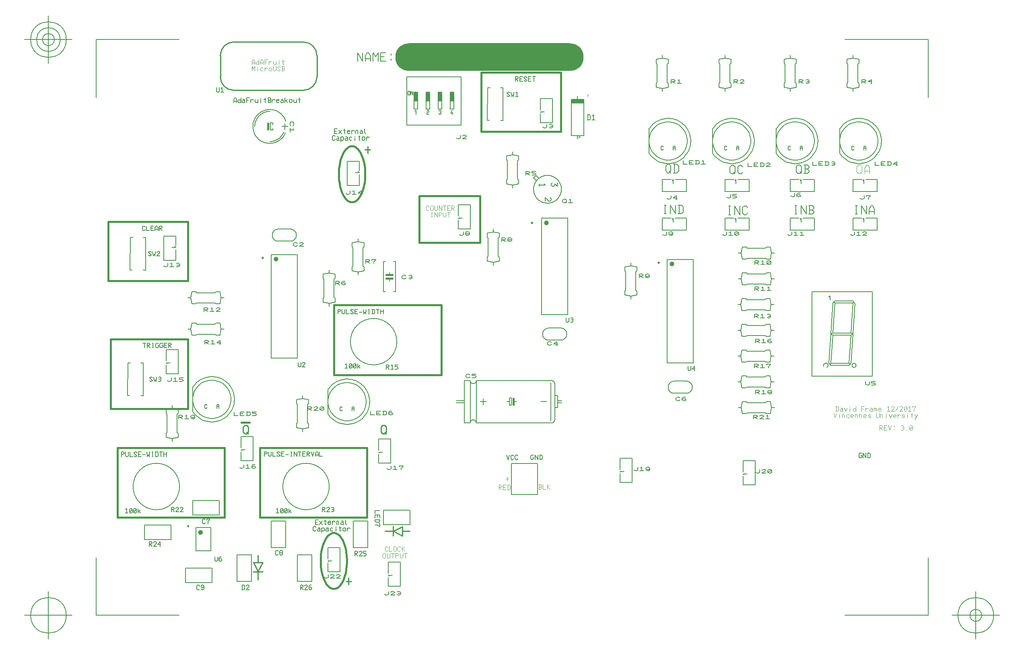
<source format=gbr>
G04 Generated by Ultiboard 14.0 *
%FSLAX24Y24*%
%MOIN*%

%ADD10C,0.0001*%
%ADD11C,0.0150*%
%ADD12C,0.0061*%
%ADD13C,0.0001*%
%ADD14C,0.0067*%
%ADD15C,0.0037*%
%ADD16C,0.0001*%
%ADD17C,0.0111*%
%ADD18C,0.0080*%
%ADD19C,0.0079*%
%ADD20C,0.0197*%
%ADD21C,0.0098*%
%ADD22C,0.0100*%
%ADD23C,0.0059*%
%ADD24C,0.0039*%
%ADD25C,0.0022*%
%ADD26C,0.0050*%
%ADD27C,0.23000*%
%ADD28C,0.01969*%
%ADD29C,0.03937*%


G04 ColorRGB FFFF66 for the following layer *
%LNSilkscreen Top*%
%LPD*%
G54D10*
G54D11*
X1118Y22776D02*
X7500Y22776D01*
X7500Y17000D01*
X1118Y17000D01*
X1118Y22776D01*
X900Y32500D02*
X7500Y32500D01*
X7500Y27600D01*
X900Y27600D01*
X900Y32500D01*
X31818Y44876D02*
X38418Y44876D01*
X38418Y39976D01*
X31818Y39976D01*
X31818Y44876D01*
X19618Y25600D02*
X28500Y25600D01*
X28500Y19824D01*
X19618Y19824D01*
X19618Y25600D01*
X13478Y13776D02*
X22360Y13776D01*
X22360Y8000D01*
X13478Y8000D01*
X13478Y13776D01*
X1678Y13776D02*
X10560Y13776D01*
X10560Y8000D01*
X1678Y8000D01*
X1678Y13776D01*
X26690Y34640D02*
X31700Y34640D01*
X31700Y30790D01*
X26690Y30790D01*
X26690Y34640D01*
X19661Y2105D02*
X19803Y2145D01*
X19940Y2223D01*
X20072Y2339D01*
X20196Y2491D01*
X20309Y2676D01*
X20410Y2890D01*
X20496Y3131D01*
X20568Y3394D01*
X20622Y3674D01*
X20659Y3967D01*
X20678Y4268D01*
X20678Y4572D01*
X20659Y4873D01*
X20622Y5166D01*
X20568Y5446D01*
X20496Y5709D01*
X20410Y5950D01*
X20309Y6164D01*
X20196Y6349D01*
X20072Y6501D01*
X19940Y6617D01*
X19803Y6695D01*
X19661Y6735D01*
X19519Y6735D01*
X19377Y6695D01*
X19240Y6617D01*
X19108Y6501D01*
X18984Y6349D01*
X18871Y6164D01*
X18770Y5950D01*
X18684Y5709D01*
X18612Y5446D01*
X18558Y5166D01*
X18521Y4873D01*
X18502Y4572D01*
X18502Y4268D01*
X18521Y3967D01*
X18558Y3674D01*
X18612Y3394D01*
X18684Y3131D01*
X18770Y2890D01*
X18871Y2676D01*
X18984Y2491D01*
X19108Y2339D01*
X19240Y2223D01*
X19377Y2145D01*
X19519Y2105D01*
X19661Y2105D01*
X11950Y15870D02*
X12630Y15870D01*
X21171Y34145D02*
X21313Y34185D01*
X21450Y34263D01*
X21582Y34379D01*
X21706Y34531D01*
X21819Y34716D01*
X21920Y34930D01*
X22006Y35171D01*
X22078Y35434D01*
X22132Y35714D01*
X22169Y36007D01*
X22188Y36308D01*
X22188Y36612D01*
X22169Y36913D01*
X22132Y37206D01*
X22078Y37486D01*
X22006Y37749D01*
X21920Y37990D01*
X21819Y38204D01*
X21706Y38389D01*
X21582Y38541D01*
X21450Y38657D01*
X21313Y38735D01*
X21171Y38775D01*
X21029Y38775D01*
X20887Y38735D01*
X20750Y38657D01*
X20618Y38541D01*
X20494Y38389D01*
X20381Y38204D01*
X20280Y37990D01*
X20194Y37749D01*
X20122Y37486D01*
X20068Y37206D01*
X20031Y36913D01*
X20012Y36612D01*
X20012Y36308D01*
X20031Y36007D01*
X20068Y35714D01*
X20122Y35434D01*
X20194Y35171D01*
X20280Y34930D01*
X20381Y34716D01*
X20494Y34531D01*
X20618Y34379D01*
X20750Y34263D01*
X20887Y34185D01*
X21029Y34145D01*
X21171Y34145D01*
G54D12*
X3974Y31846D02*
X3896Y31767D01*
X3818Y31767D01*
X3739Y31846D01*
X3739Y32082D01*
X3818Y32161D01*
X3896Y32161D01*
X3974Y32082D01*
X4092Y32161D02*
X4092Y31767D01*
X4327Y31767D01*
X4680Y31767D02*
X4445Y31767D01*
X4445Y31964D01*
X4445Y32161D01*
X4680Y32161D01*
X4445Y31964D02*
X4601Y31964D01*
X4797Y31767D02*
X4797Y32003D01*
X4876Y32161D01*
X4954Y32161D01*
X5033Y32003D01*
X5033Y31767D01*
X4797Y31885D02*
X5033Y31885D01*
X5150Y31767D02*
X5150Y32161D01*
X5307Y32161D01*
X5385Y32082D01*
X5385Y32043D01*
X5307Y31964D01*
X5150Y31964D01*
X5189Y31964D02*
X5385Y31767D01*
X34657Y44143D02*
X34657Y44536D01*
X34814Y44536D01*
X34892Y44457D01*
X34892Y44418D01*
X34814Y44339D01*
X34657Y44339D01*
X34697Y44339D02*
X34892Y44143D01*
X35245Y44143D02*
X35010Y44143D01*
X35010Y44339D01*
X35010Y44536D01*
X35245Y44536D01*
X35010Y44339D02*
X35167Y44339D01*
X35363Y44221D02*
X35441Y44143D01*
X35520Y44143D01*
X35598Y44221D01*
X35363Y44457D01*
X35441Y44536D01*
X35520Y44536D01*
X35598Y44457D01*
X35951Y44143D02*
X35716Y44143D01*
X35716Y44339D01*
X35716Y44536D01*
X35951Y44536D01*
X35716Y44339D02*
X35872Y44339D01*
X36186Y44143D02*
X36186Y44536D01*
X36068Y44536D02*
X36303Y44536D01*
X3904Y22067D02*
X3904Y22461D01*
X3786Y22461D02*
X4022Y22461D01*
X4139Y22067D02*
X4139Y22461D01*
X4296Y22461D01*
X4374Y22382D01*
X4374Y22343D01*
X4296Y22264D01*
X4139Y22264D01*
X4178Y22264D02*
X4374Y22067D01*
X4570Y22067D02*
X4649Y22067D01*
X4570Y22461D02*
X4649Y22461D01*
X4610Y22067D02*
X4610Y22461D01*
X5001Y22264D02*
X5080Y22264D01*
X5080Y22146D01*
X5001Y22067D01*
X4923Y22067D01*
X4845Y22146D01*
X4845Y22382D01*
X4923Y22461D01*
X5080Y22461D01*
X5354Y22264D02*
X5433Y22264D01*
X5433Y22146D01*
X5354Y22067D01*
X5276Y22067D01*
X5197Y22146D01*
X5197Y22382D01*
X5276Y22461D01*
X5433Y22461D01*
X5785Y22067D02*
X5550Y22067D01*
X5550Y22264D01*
X5550Y22461D01*
X5785Y22461D01*
X5550Y22264D02*
X5707Y22264D01*
X5903Y22067D02*
X5903Y22461D01*
X6060Y22461D01*
X6138Y22382D01*
X6138Y22343D01*
X6060Y22264D01*
X5903Y22264D01*
X5942Y22264D02*
X6138Y22067D01*
X19939Y24867D02*
X19939Y25261D01*
X20096Y25261D01*
X20174Y25182D01*
X20174Y25143D01*
X20096Y25064D01*
X19939Y25064D01*
X20292Y25261D02*
X20292Y24946D01*
X20370Y24867D01*
X20449Y24867D01*
X20527Y24946D01*
X20527Y25261D01*
X20645Y25261D02*
X20645Y24867D01*
X20880Y24867D01*
X20997Y24946D02*
X21076Y24867D01*
X21154Y24867D01*
X21233Y24946D01*
X20997Y25182D01*
X21076Y25261D01*
X21154Y25261D01*
X21233Y25182D01*
X21585Y24867D02*
X21350Y24867D01*
X21350Y25064D01*
X21350Y25261D01*
X21585Y25261D01*
X21350Y25064D02*
X21507Y25064D01*
X21703Y25024D02*
X21938Y25024D01*
X22056Y25261D02*
X22095Y24867D01*
X22173Y25024D01*
X22252Y24867D01*
X22291Y25261D01*
X22487Y24867D02*
X22565Y24867D01*
X22487Y25261D02*
X22565Y25261D01*
X22526Y24867D02*
X22526Y25261D01*
X22761Y24867D02*
X22918Y24867D01*
X22996Y24946D01*
X22996Y25182D01*
X22918Y25261D01*
X22761Y25261D01*
X22800Y25261D02*
X22800Y24867D01*
X23232Y24867D02*
X23232Y25261D01*
X23114Y25261D02*
X23349Y25261D01*
X23467Y24867D02*
X23467Y25261D01*
X23702Y24867D02*
X23702Y25261D01*
X23467Y25064D02*
X23702Y25064D01*
X13839Y13067D02*
X13839Y13461D01*
X13996Y13461D01*
X14074Y13382D01*
X14074Y13343D01*
X13996Y13264D01*
X13839Y13264D01*
X14192Y13461D02*
X14192Y13146D01*
X14270Y13067D01*
X14349Y13067D01*
X14427Y13146D01*
X14427Y13461D01*
X14545Y13461D02*
X14545Y13067D01*
X14780Y13067D01*
X14897Y13146D02*
X14976Y13067D01*
X15054Y13067D01*
X15133Y13146D01*
X14897Y13382D01*
X14976Y13461D01*
X15054Y13461D01*
X15133Y13382D01*
X15485Y13067D02*
X15250Y13067D01*
X15250Y13264D01*
X15250Y13461D01*
X15485Y13461D01*
X15250Y13264D02*
X15407Y13264D01*
X15603Y13224D02*
X15838Y13224D01*
X16034Y13067D02*
X16113Y13067D01*
X16034Y13461D02*
X16113Y13461D01*
X16073Y13067D02*
X16073Y13461D01*
X16308Y13067D02*
X16308Y13461D01*
X16544Y13067D01*
X16544Y13461D01*
X16779Y13067D02*
X16779Y13461D01*
X16661Y13461D02*
X16896Y13461D01*
X17249Y13067D02*
X17014Y13067D01*
X17014Y13264D01*
X17014Y13461D01*
X17249Y13461D01*
X17014Y13264D02*
X17171Y13264D01*
X17367Y13067D02*
X17367Y13461D01*
X17524Y13461D01*
X17602Y13382D01*
X17602Y13343D01*
X17524Y13264D01*
X17367Y13264D01*
X17406Y13264D02*
X17602Y13067D01*
X17720Y13461D02*
X17837Y13067D01*
X17955Y13461D01*
X18072Y13067D02*
X18072Y13303D01*
X18151Y13461D01*
X18229Y13461D01*
X18307Y13303D01*
X18307Y13067D01*
X18072Y13185D02*
X18307Y13185D01*
X18425Y13461D02*
X18425Y13067D01*
X18660Y13067D01*
X1999Y13043D02*
X1999Y13436D01*
X2156Y13436D01*
X2234Y13357D01*
X2234Y13318D01*
X2156Y13239D01*
X1999Y13239D01*
X2352Y13436D02*
X2352Y13121D01*
X2430Y13043D01*
X2509Y13043D01*
X2587Y13121D01*
X2587Y13436D01*
X2705Y13436D02*
X2705Y13043D01*
X2940Y13043D01*
X3057Y13121D02*
X3136Y13043D01*
X3214Y13043D01*
X3292Y13121D01*
X3057Y13357D01*
X3136Y13436D01*
X3214Y13436D01*
X3292Y13357D01*
X3645Y13043D02*
X3410Y13043D01*
X3410Y13239D01*
X3410Y13436D01*
X3645Y13436D01*
X3410Y13239D02*
X3567Y13239D01*
X3763Y13200D02*
X3998Y13200D01*
X4116Y13436D02*
X4155Y13043D01*
X4233Y13200D01*
X4312Y13043D01*
X4351Y13436D01*
X4547Y13043D02*
X4625Y13043D01*
X4547Y13436D02*
X4625Y13436D01*
X4586Y13043D02*
X4586Y13436D01*
X4821Y13043D02*
X4978Y13043D01*
X5056Y13121D01*
X5056Y13357D01*
X4978Y13436D01*
X4821Y13436D01*
X4860Y13436D02*
X4860Y13043D01*
X5291Y13043D02*
X5291Y13436D01*
X5174Y13436D02*
X5409Y13436D01*
X5527Y13043D02*
X5527Y13436D01*
X5762Y13043D02*
X5762Y13436D01*
X5527Y13239D02*
X5762Y13239D01*
X18303Y7428D02*
X18068Y7428D01*
X18068Y7625D01*
X18068Y7822D01*
X18303Y7822D01*
X18068Y7625D02*
X18225Y7625D01*
X18421Y7428D02*
X18656Y7704D01*
X18421Y7704D02*
X18656Y7428D01*
X18970Y7467D02*
X18930Y7428D01*
X18891Y7467D01*
X18891Y7822D01*
X18813Y7704D02*
X18970Y7704D01*
X19362Y7507D02*
X19283Y7428D01*
X19205Y7428D01*
X19126Y7507D01*
X19126Y7625D01*
X19205Y7704D01*
X19283Y7704D01*
X19362Y7625D01*
X19322Y7586D01*
X19126Y7586D01*
X19479Y7586D02*
X19597Y7704D01*
X19636Y7704D01*
X19714Y7625D01*
X19479Y7428D02*
X19479Y7704D01*
X19832Y7428D02*
X19832Y7664D01*
X19832Y7704D01*
X19832Y7664D02*
X19871Y7704D01*
X19950Y7704D01*
X19989Y7664D01*
X19989Y7428D01*
X20224Y7704D02*
X20341Y7704D01*
X20381Y7664D01*
X20381Y7467D01*
X20341Y7428D01*
X20224Y7428D01*
X20185Y7467D01*
X20185Y7546D01*
X20224Y7586D01*
X20381Y7586D01*
X20381Y7467D02*
X20420Y7428D01*
X20577Y7822D02*
X20577Y7507D01*
X20655Y7428D01*
X18127Y6956D02*
X18049Y6877D01*
X17970Y6877D01*
X17892Y6956D01*
X17892Y7192D01*
X17970Y7271D01*
X18049Y7271D01*
X18127Y7192D01*
X18284Y7153D02*
X18401Y7153D01*
X18441Y7113D01*
X18441Y6916D01*
X18401Y6877D01*
X18284Y6877D01*
X18245Y6916D01*
X18245Y6995D01*
X18284Y7034D01*
X18441Y7034D01*
X18441Y6916D02*
X18480Y6877D01*
X18597Y6956D02*
X18676Y6877D01*
X18754Y6877D01*
X18832Y6956D01*
X18832Y7074D01*
X18754Y7153D01*
X18676Y7153D01*
X18597Y7074D01*
X18597Y6759D02*
X18597Y7153D01*
X18989Y7153D02*
X19107Y7153D01*
X19146Y7113D01*
X19146Y6916D01*
X19107Y6877D01*
X18989Y6877D01*
X18950Y6916D01*
X18950Y6995D01*
X18989Y7034D01*
X19146Y7034D01*
X19146Y6916D02*
X19185Y6877D01*
X19499Y6916D02*
X19460Y6877D01*
X19381Y6877D01*
X19303Y6956D01*
X19303Y7074D01*
X19381Y7153D01*
X19460Y7153D01*
X19499Y7113D01*
X19773Y6877D02*
X19773Y7113D01*
X19773Y7192D02*
X19773Y7231D01*
X20204Y6916D02*
X20165Y6877D01*
X20126Y6916D01*
X20126Y7271D01*
X20048Y7153D02*
X20204Y7153D01*
X20361Y6956D02*
X20439Y6877D01*
X20518Y6877D01*
X20596Y6956D01*
X20596Y7074D01*
X20518Y7153D01*
X20439Y7153D01*
X20361Y7074D01*
X20361Y6956D01*
X20714Y7034D02*
X20831Y7153D01*
X20871Y7153D01*
X20949Y7074D01*
X20714Y6877D02*
X20714Y7153D01*
X6163Y8467D02*
X6163Y8861D01*
X6320Y8861D01*
X6398Y8782D01*
X6398Y8743D01*
X6320Y8664D01*
X6163Y8664D01*
X6202Y8664D02*
X6398Y8467D01*
X6516Y8782D02*
X6594Y8861D01*
X6672Y8861D01*
X6751Y8782D01*
X6751Y8743D01*
X6516Y8467D01*
X6751Y8467D01*
X6751Y8506D01*
X6868Y8782D02*
X6947Y8861D01*
X7025Y8861D01*
X7103Y8782D01*
X7103Y8743D01*
X6868Y8467D01*
X7103Y8467D01*
X7103Y8506D01*
X2359Y8682D02*
X2437Y8761D01*
X2437Y8367D01*
X2320Y8367D02*
X2555Y8367D01*
X2672Y8682D02*
X2751Y8761D01*
X2829Y8761D01*
X2907Y8682D01*
X2907Y8446D01*
X2829Y8367D01*
X2751Y8367D01*
X2672Y8446D01*
X2672Y8682D01*
X2907Y8682D02*
X2672Y8446D01*
X3025Y8682D02*
X3103Y8761D01*
X3182Y8761D01*
X3260Y8682D01*
X3260Y8446D01*
X3182Y8367D01*
X3103Y8367D01*
X3025Y8446D01*
X3025Y8682D01*
X3260Y8682D02*
X3025Y8446D01*
X3378Y8524D02*
X3456Y8524D01*
X3574Y8643D01*
X3456Y8524D02*
X3574Y8367D01*
X3378Y8367D02*
X3378Y8761D01*
X4316Y5607D02*
X4316Y6001D01*
X4473Y6001D01*
X4552Y5922D01*
X4552Y5883D01*
X4473Y5804D01*
X4316Y5804D01*
X4356Y5804D02*
X4552Y5607D01*
X4669Y5922D02*
X4748Y6001D01*
X4826Y6001D01*
X4904Y5922D01*
X4904Y5883D01*
X4669Y5607D01*
X4904Y5607D01*
X4904Y5646D01*
X5257Y5764D02*
X5022Y5764D01*
X5218Y6001D01*
X5218Y5607D01*
X5179Y5607D02*
X5257Y5607D01*
X9739Y4761D02*
X9739Y4446D01*
X9818Y4367D01*
X9896Y4367D01*
X9974Y4446D01*
X9974Y4761D01*
X10288Y4761D02*
X10170Y4761D01*
X10092Y4682D01*
X10092Y4524D01*
X10092Y4446D01*
X10170Y4367D01*
X10249Y4367D01*
X10327Y4446D01*
X10327Y4524D01*
X10249Y4603D01*
X10170Y4603D01*
X10092Y4524D01*
X8484Y2086D02*
X8406Y2007D01*
X8328Y2007D01*
X8249Y2086D01*
X8249Y2322D01*
X8328Y2401D01*
X8406Y2401D01*
X8484Y2322D01*
X8602Y2086D02*
X8680Y2007D01*
X8759Y2007D01*
X8837Y2086D01*
X8837Y2243D01*
X8837Y2322D01*
X8759Y2401D01*
X8680Y2401D01*
X8602Y2322D01*
X8602Y2243D01*
X8680Y2164D01*
X8759Y2164D01*
X8837Y2243D01*
X8954Y7566D02*
X8876Y7487D01*
X8798Y7487D01*
X8719Y7566D01*
X8719Y7802D01*
X8798Y7881D01*
X8876Y7881D01*
X8954Y7802D01*
X9189Y7487D02*
X9189Y7684D01*
X9307Y7802D01*
X9307Y7881D01*
X9072Y7881D01*
X9072Y7802D01*
X20559Y20682D02*
X20637Y20761D01*
X20637Y20367D01*
X20520Y20367D02*
X20755Y20367D01*
X20872Y20682D02*
X20951Y20761D01*
X21029Y20761D01*
X21107Y20682D01*
X21107Y20446D01*
X21029Y20367D01*
X20951Y20367D01*
X20872Y20446D01*
X20872Y20682D01*
X21107Y20682D02*
X20872Y20446D01*
X21225Y20682D02*
X21303Y20761D01*
X21382Y20761D01*
X21460Y20682D01*
X21460Y20446D01*
X21382Y20367D01*
X21303Y20367D01*
X21225Y20446D01*
X21225Y20682D01*
X21460Y20682D02*
X21225Y20446D01*
X21578Y20524D02*
X21656Y20524D01*
X21774Y20643D01*
X21656Y20524D02*
X21774Y20367D01*
X21578Y20367D02*
X21578Y20761D01*
X23963Y20267D02*
X23963Y20661D01*
X24120Y20661D01*
X24198Y20582D01*
X24198Y20543D01*
X24120Y20464D01*
X23963Y20464D01*
X24002Y20464D02*
X24198Y20267D01*
X24355Y20582D02*
X24433Y20661D01*
X24433Y20267D01*
X24316Y20267D02*
X24551Y20267D01*
X24903Y20661D02*
X24668Y20661D01*
X24668Y20503D01*
X24825Y20503D01*
X24903Y20424D01*
X24903Y20346D01*
X24825Y20267D01*
X24668Y20267D01*
X16833Y2027D02*
X16833Y2421D01*
X16990Y2421D01*
X17068Y2342D01*
X17068Y2303D01*
X16990Y2224D01*
X16833Y2224D01*
X16872Y2224D02*
X17068Y2027D01*
X17186Y2342D02*
X17264Y2421D01*
X17342Y2421D01*
X17421Y2342D01*
X17421Y2303D01*
X17186Y2027D01*
X17421Y2027D01*
X17421Y2066D01*
X17734Y2421D02*
X17617Y2421D01*
X17538Y2342D01*
X17538Y2184D01*
X17538Y2106D01*
X17617Y2027D01*
X17695Y2027D01*
X17773Y2106D01*
X17773Y2184D01*
X17695Y2263D01*
X17617Y2263D01*
X17538Y2184D01*
X15004Y4966D02*
X14926Y4887D01*
X14848Y4887D01*
X14769Y4966D01*
X14769Y5202D01*
X14848Y5281D01*
X14926Y5281D01*
X15004Y5202D01*
X15279Y4887D02*
X15200Y4887D01*
X15122Y4966D01*
X15122Y5044D01*
X15161Y5084D01*
X15122Y5123D01*
X15122Y5202D01*
X15200Y5281D01*
X15279Y5281D01*
X15357Y5202D01*
X15357Y5123D01*
X15318Y5084D01*
X15357Y5044D01*
X15357Y4966D01*
X15279Y4887D01*
X15161Y5084D02*
X15318Y5084D01*
X11989Y2027D02*
X12146Y2027D01*
X12224Y2106D01*
X12224Y2342D01*
X12146Y2421D01*
X11989Y2421D01*
X12028Y2421D02*
X12028Y2027D01*
X12342Y2342D02*
X12420Y2421D01*
X12499Y2421D01*
X12577Y2342D01*
X12577Y2303D01*
X12342Y2027D01*
X12577Y2027D01*
X12577Y2066D01*
X14859Y8682D02*
X14937Y8761D01*
X14937Y8367D01*
X14820Y8367D02*
X15055Y8367D01*
X15172Y8682D02*
X15251Y8761D01*
X15329Y8761D01*
X15407Y8682D01*
X15407Y8446D01*
X15329Y8367D01*
X15251Y8367D01*
X15172Y8446D01*
X15172Y8682D01*
X15407Y8682D02*
X15172Y8446D01*
X15525Y8682D02*
X15603Y8761D01*
X15682Y8761D01*
X15760Y8682D01*
X15760Y8446D01*
X15682Y8367D01*
X15603Y8367D01*
X15525Y8446D01*
X15525Y8682D01*
X15760Y8682D02*
X15525Y8446D01*
X15878Y8524D02*
X15956Y8524D01*
X16074Y8643D01*
X15956Y8524D02*
X16074Y8367D01*
X15878Y8367D02*
X15878Y8761D01*
X18663Y8467D02*
X18663Y8861D01*
X18820Y8861D01*
X18898Y8782D01*
X18898Y8743D01*
X18820Y8664D01*
X18663Y8664D01*
X18702Y8664D02*
X18898Y8467D01*
X19016Y8782D02*
X19094Y8861D01*
X19172Y8861D01*
X19251Y8782D01*
X19251Y8743D01*
X19016Y8467D01*
X19251Y8467D01*
X19251Y8506D01*
X19408Y8821D02*
X19447Y8861D01*
X19525Y8861D01*
X19603Y8782D01*
X19603Y8703D01*
X19564Y8664D01*
X19603Y8624D01*
X19603Y8546D01*
X19525Y8467D01*
X19447Y8467D01*
X19408Y8506D01*
X19447Y8664D02*
X19564Y8664D01*
X21353Y4827D02*
X21353Y5221D01*
X21510Y5221D01*
X21588Y5142D01*
X21588Y5103D01*
X21510Y5024D01*
X21353Y5024D01*
X21392Y5024D02*
X21588Y4827D01*
X21706Y5142D02*
X21784Y5221D01*
X21862Y5221D01*
X21941Y5142D01*
X21941Y5103D01*
X21706Y4827D01*
X21941Y4827D01*
X21941Y4866D01*
X22293Y5221D02*
X22058Y5221D01*
X22058Y5063D01*
X22215Y5063D01*
X22293Y4984D01*
X22293Y4906D01*
X22215Y4827D01*
X22058Y4827D01*
X19891Y39807D02*
X19656Y39807D01*
X19656Y40004D01*
X19656Y40201D01*
X19891Y40201D01*
X19656Y40004D02*
X19812Y40004D01*
X20008Y39807D02*
X20243Y40083D01*
X20008Y40083D02*
X20243Y39807D01*
X20557Y39846D02*
X20518Y39807D01*
X20479Y39846D01*
X20479Y40201D01*
X20400Y40083D02*
X20557Y40083D01*
X20949Y39886D02*
X20871Y39807D01*
X20792Y39807D01*
X20714Y39886D01*
X20714Y40004D01*
X20792Y40083D01*
X20871Y40083D01*
X20949Y40004D01*
X20910Y39964D01*
X20714Y39964D01*
X21067Y39964D02*
X21184Y40083D01*
X21223Y40083D01*
X21302Y40004D01*
X21067Y39807D02*
X21067Y40083D01*
X21419Y39807D02*
X21419Y40043D01*
X21419Y40083D01*
X21419Y40043D02*
X21459Y40083D01*
X21537Y40083D01*
X21576Y40043D01*
X21576Y39807D01*
X21811Y40083D02*
X21929Y40083D01*
X21968Y40043D01*
X21968Y39846D01*
X21929Y39807D01*
X21811Y39807D01*
X21772Y39846D01*
X21772Y39925D01*
X21811Y39964D01*
X21968Y39964D01*
X21968Y39846D02*
X22007Y39807D01*
X22164Y40201D02*
X22164Y39886D01*
X22242Y39807D01*
X19714Y39334D02*
X19636Y39256D01*
X19558Y39256D01*
X19479Y39334D01*
X19479Y39571D01*
X19558Y39649D01*
X19636Y39649D01*
X19714Y39571D01*
X19871Y39531D02*
X19989Y39531D01*
X20028Y39492D01*
X20028Y39295D01*
X19989Y39256D01*
X19871Y39256D01*
X19832Y39295D01*
X19832Y39374D01*
X19871Y39413D01*
X20028Y39413D01*
X20028Y39295D02*
X20067Y39256D01*
X20185Y39334D02*
X20263Y39256D01*
X20341Y39256D01*
X20420Y39334D01*
X20420Y39453D01*
X20341Y39531D01*
X20263Y39531D01*
X20185Y39453D01*
X20185Y39138D02*
X20185Y39531D01*
X20577Y39531D02*
X20694Y39531D01*
X20733Y39492D01*
X20733Y39295D01*
X20694Y39256D01*
X20577Y39256D01*
X20537Y39295D01*
X20537Y39374D01*
X20577Y39413D01*
X20733Y39413D01*
X20733Y39295D02*
X20773Y39256D01*
X21086Y39295D02*
X21047Y39256D01*
X20969Y39256D01*
X20890Y39334D01*
X20890Y39453D01*
X20969Y39531D01*
X21047Y39531D01*
X21086Y39492D01*
X21361Y39256D02*
X21361Y39492D01*
X21361Y39571D02*
X21361Y39610D01*
X21792Y39295D02*
X21753Y39256D01*
X21713Y39295D01*
X21713Y39649D01*
X21635Y39531D02*
X21792Y39531D01*
X21948Y39334D02*
X22027Y39256D01*
X22105Y39256D01*
X22184Y39334D01*
X22184Y39453D01*
X22105Y39531D01*
X22027Y39531D01*
X21948Y39453D01*
X21948Y39334D01*
X22301Y39413D02*
X22419Y39531D01*
X22458Y39531D01*
X22536Y39453D01*
X22301Y39256D02*
X22301Y39531D01*
X63257Y13139D02*
X63335Y13139D01*
X63335Y13021D01*
X63257Y12943D01*
X63178Y12943D01*
X63100Y13021D01*
X63100Y13257D01*
X63178Y13336D01*
X63335Y13336D01*
X63453Y12943D02*
X63453Y13336D01*
X63688Y12943D01*
X63688Y13336D01*
X63806Y12943D02*
X63962Y12943D01*
X64041Y13021D01*
X64041Y13257D01*
X63962Y13336D01*
X63806Y13336D01*
X63845Y13336D02*
X63845Y12943D01*
X33919Y13181D02*
X34037Y12787D01*
X34154Y13181D01*
X34507Y12866D02*
X34429Y12787D01*
X34350Y12787D01*
X34272Y12866D01*
X34272Y13102D01*
X34350Y13181D01*
X34429Y13181D01*
X34507Y13102D01*
X34860Y12866D02*
X34781Y12787D01*
X34703Y12787D01*
X34625Y12866D01*
X34625Y13102D01*
X34703Y13181D01*
X34781Y13181D01*
X34860Y13102D01*
X23421Y8564D02*
X23027Y8564D01*
X23027Y8328D01*
X23027Y7976D02*
X23027Y8211D01*
X23224Y8211D01*
X23421Y8211D01*
X23421Y7976D01*
X23224Y8211D02*
X23224Y8054D01*
X23027Y7858D02*
X23027Y7701D01*
X23106Y7623D01*
X23342Y7623D01*
X23421Y7701D01*
X23421Y7858D01*
X23421Y7819D02*
X23027Y7819D01*
X23027Y7388D02*
X23224Y7388D01*
X23342Y7270D01*
X23421Y7270D01*
X23421Y7505D01*
X23342Y7505D01*
X36086Y12994D02*
X36164Y12994D01*
X36164Y12876D01*
X36086Y12797D01*
X36008Y12797D01*
X35929Y12876D01*
X35929Y13112D01*
X36008Y13191D01*
X36164Y13191D01*
X36282Y12797D02*
X36282Y13191D01*
X36517Y12797D01*
X36517Y13191D01*
X36635Y12797D02*
X36791Y12797D01*
X36870Y12876D01*
X36870Y13112D01*
X36791Y13191D01*
X36635Y13191D01*
X36674Y13191D02*
X36674Y12797D01*
G54D13*
G36*
X25850Y45000D02*
X25850Y47300D01*
X39150Y47300D01*
X39150Y45000D01*
X25850Y45000D01*
G37*
G54D14*
X21571Y45813D02*
X21571Y46528D01*
X21998Y45813D01*
X21998Y46528D01*
X22212Y45813D02*
X22212Y46242D01*
X22354Y46528D01*
X22497Y46528D01*
X22639Y46242D01*
X22639Y45813D01*
X22212Y46028D02*
X22639Y46028D01*
X22853Y45813D02*
X22853Y46528D01*
X23066Y46171D01*
X23280Y46528D01*
X23280Y45813D01*
X23921Y45813D02*
X23493Y45813D01*
X23493Y46171D01*
X23493Y46528D01*
X23921Y46528D01*
X23493Y46171D02*
X23778Y46171D01*
X24348Y46457D02*
X24348Y46314D01*
X24348Y45885D02*
X24348Y46028D01*
X52431Y36617D02*
X52573Y36474D01*
X52716Y36474D01*
X52858Y36617D01*
X52858Y37046D01*
X52716Y37189D01*
X52573Y37189D01*
X52431Y37046D01*
X52431Y36617D01*
X52716Y36617D02*
X52858Y36474D01*
X53498Y36617D02*
X53356Y36474D01*
X53213Y36474D01*
X53071Y36617D01*
X53071Y37046D01*
X53213Y37189D01*
X53356Y37189D01*
X53498Y37046D01*
X57921Y36657D02*
X58063Y36514D01*
X58206Y36514D01*
X58348Y36657D01*
X58348Y37086D01*
X58206Y37229D01*
X58063Y37229D01*
X57921Y37086D01*
X57921Y36657D01*
X58206Y36657D02*
X58348Y36514D01*
X58561Y36514D02*
X58846Y36514D01*
X58988Y36657D01*
X58988Y36729D01*
X58846Y36871D01*
X58988Y37014D01*
X58988Y37086D01*
X58846Y37229D01*
X58632Y37229D01*
X58561Y37229D01*
X58632Y36871D02*
X58846Y36871D01*
X58632Y37229D02*
X58632Y36514D01*
X46993Y33174D02*
X47136Y33174D01*
X46993Y33889D02*
X47136Y33889D01*
X47064Y33174D02*
X47064Y33889D01*
X47491Y33174D02*
X47491Y33889D01*
X47918Y33174D01*
X47918Y33889D01*
X48131Y33174D02*
X48416Y33174D01*
X48558Y33317D01*
X48558Y33746D01*
X48416Y33889D01*
X48131Y33889D01*
X48202Y33889D02*
X48202Y33174D01*
X52323Y33094D02*
X52466Y33094D01*
X52323Y33809D02*
X52466Y33809D01*
X52394Y33094D02*
X52394Y33809D01*
X52821Y33094D02*
X52821Y33809D01*
X53248Y33094D01*
X53248Y33809D01*
X53888Y33237D02*
X53746Y33094D01*
X53603Y33094D01*
X53461Y33237D01*
X53461Y33666D01*
X53603Y33809D01*
X53746Y33809D01*
X53888Y33666D01*
X57813Y33134D02*
X57956Y33134D01*
X57813Y33849D02*
X57956Y33849D01*
X57884Y33134D02*
X57884Y33849D01*
X58311Y33134D02*
X58311Y33849D01*
X58738Y33134D01*
X58738Y33849D01*
X58951Y33134D02*
X59236Y33134D01*
X59378Y33277D01*
X59378Y33349D01*
X59236Y33491D01*
X59378Y33634D01*
X59378Y33706D01*
X59236Y33849D01*
X59022Y33849D01*
X58951Y33849D01*
X59022Y33491D02*
X59236Y33491D01*
X59022Y33849D02*
X59022Y33134D01*
X62823Y33134D02*
X62966Y33134D01*
X62823Y33849D02*
X62966Y33849D01*
X62894Y33134D02*
X62894Y33849D01*
X63321Y33134D02*
X63321Y33849D01*
X63748Y33134D01*
X63748Y33849D01*
X63961Y33134D02*
X63961Y33563D01*
X64103Y33849D01*
X64246Y33849D01*
X64388Y33563D01*
X64388Y33134D01*
X63961Y33349D02*
X64388Y33349D01*
X47101Y36697D02*
X47243Y36554D01*
X47386Y36554D01*
X47528Y36697D01*
X47528Y37126D01*
X47386Y37269D01*
X47243Y37269D01*
X47101Y37126D01*
X47101Y36697D01*
X47386Y36697D02*
X47528Y36554D01*
X47741Y36554D02*
X48026Y36554D01*
X48168Y36697D01*
X48168Y37126D01*
X48026Y37269D01*
X47741Y37269D01*
X47812Y37269D02*
X47812Y36554D01*
G54D15*
X61188Y16818D02*
X61345Y16818D01*
X61423Y16897D01*
X61423Y17133D01*
X61345Y17212D01*
X61188Y17212D01*
X61227Y17212D02*
X61227Y16818D01*
X61580Y17094D02*
X61698Y17094D01*
X61737Y17054D01*
X61737Y16857D01*
X61698Y16818D01*
X61580Y16818D01*
X61541Y16857D01*
X61541Y16936D01*
X61580Y16976D01*
X61737Y16976D01*
X61737Y16857D02*
X61776Y16818D01*
X61894Y17094D02*
X62011Y16818D01*
X62129Y17094D01*
X62364Y16818D02*
X62364Y17054D01*
X62364Y17133D02*
X62364Y17172D01*
X62834Y16897D02*
X62756Y16818D01*
X62677Y16818D01*
X62599Y16897D01*
X62599Y16976D01*
X62677Y17054D01*
X62756Y17054D01*
X62834Y16976D01*
X62834Y17212D02*
X62834Y16818D01*
X63305Y16818D02*
X63305Y17212D01*
X63540Y17212D01*
X63305Y17015D02*
X63461Y17015D01*
X63657Y16976D02*
X63775Y17094D01*
X63814Y17094D01*
X63892Y17015D01*
X63657Y16818D02*
X63657Y17094D01*
X64049Y17094D02*
X64167Y17094D01*
X64206Y17054D01*
X64206Y16857D01*
X64167Y16818D01*
X64049Y16818D01*
X64010Y16857D01*
X64010Y16936D01*
X64049Y16976D01*
X64206Y16976D01*
X64206Y16857D02*
X64245Y16818D01*
X64363Y16818D02*
X64363Y17054D01*
X64363Y17094D01*
X64363Y17054D02*
X64402Y17094D01*
X64441Y17094D01*
X64480Y17054D01*
X64520Y17094D01*
X64559Y17094D01*
X64598Y17054D01*
X64598Y16818D01*
X64480Y17054D02*
X64480Y16818D01*
X64951Y16897D02*
X64872Y16818D01*
X64794Y16818D01*
X64716Y16897D01*
X64716Y17015D01*
X64794Y17094D01*
X64872Y17094D01*
X64951Y17015D01*
X64912Y16976D01*
X64716Y16976D01*
X65460Y17133D02*
X65539Y17212D01*
X65539Y16818D01*
X65421Y16818D02*
X65656Y16818D01*
X65774Y17133D02*
X65852Y17212D01*
X65931Y17212D01*
X66009Y17133D01*
X66009Y17094D01*
X65774Y16818D01*
X66009Y16818D01*
X66009Y16857D01*
X66362Y17212D02*
X66127Y16818D01*
X66479Y17133D02*
X66558Y17212D01*
X66636Y17212D01*
X66715Y17133D01*
X66715Y17094D01*
X66479Y16818D01*
X66715Y16818D01*
X66715Y16857D01*
X66832Y17133D02*
X66910Y17212D01*
X66989Y17212D01*
X67067Y17133D01*
X67067Y16897D01*
X66989Y16818D01*
X66910Y16818D01*
X66832Y16897D01*
X66832Y17133D01*
X67067Y17133D02*
X66832Y16897D01*
X67224Y17133D02*
X67302Y17212D01*
X67302Y16818D01*
X67185Y16818D02*
X67420Y16818D01*
X67655Y16818D02*
X67655Y17015D01*
X67773Y17133D01*
X67773Y17212D01*
X67538Y17212D01*
X67538Y17133D01*
X61012Y16661D02*
X61129Y16267D01*
X61247Y16661D01*
X61482Y16267D02*
X61482Y16503D01*
X61482Y16582D02*
X61482Y16621D01*
X61717Y16267D02*
X61717Y16503D01*
X61717Y16543D01*
X61717Y16503D02*
X61756Y16543D01*
X61835Y16543D01*
X61874Y16503D01*
X61874Y16267D01*
X62266Y16306D02*
X62227Y16267D01*
X62148Y16267D01*
X62070Y16346D01*
X62070Y16464D01*
X62148Y16543D01*
X62227Y16543D01*
X62266Y16503D01*
X62658Y16346D02*
X62579Y16267D01*
X62501Y16267D01*
X62423Y16346D01*
X62423Y16464D01*
X62501Y16543D01*
X62579Y16543D01*
X62658Y16464D01*
X62619Y16424D01*
X62423Y16424D01*
X62775Y16267D02*
X62775Y16503D01*
X62775Y16543D01*
X62775Y16503D02*
X62815Y16543D01*
X62893Y16543D01*
X62932Y16503D01*
X62932Y16267D01*
X63128Y16267D02*
X63128Y16503D01*
X63128Y16543D01*
X63128Y16503D02*
X63167Y16543D01*
X63246Y16543D01*
X63285Y16503D01*
X63285Y16267D01*
X63716Y16346D02*
X63638Y16267D01*
X63559Y16267D01*
X63481Y16346D01*
X63481Y16464D01*
X63559Y16543D01*
X63638Y16543D01*
X63716Y16464D01*
X63677Y16424D01*
X63481Y16424D01*
X63834Y16346D02*
X63912Y16267D01*
X63990Y16267D01*
X64069Y16346D01*
X63834Y16464D01*
X63912Y16543D01*
X63990Y16543D01*
X64069Y16464D01*
X64539Y16661D02*
X64539Y16346D01*
X64618Y16267D01*
X64696Y16267D01*
X64774Y16346D01*
X64774Y16661D01*
X64892Y16267D02*
X64892Y16503D01*
X64892Y16543D01*
X64892Y16503D02*
X64931Y16543D01*
X65010Y16543D01*
X65049Y16503D01*
X65049Y16267D01*
X65362Y16267D02*
X65362Y16503D01*
X65362Y16582D02*
X65362Y16621D01*
X65597Y16543D02*
X65715Y16267D01*
X65833Y16543D01*
X66185Y16346D02*
X66107Y16267D01*
X66029Y16267D01*
X65950Y16346D01*
X65950Y16464D01*
X66029Y16543D01*
X66107Y16543D01*
X66185Y16464D01*
X66146Y16424D01*
X65950Y16424D01*
X66303Y16424D02*
X66421Y16543D01*
X66460Y16543D01*
X66538Y16464D01*
X66303Y16267D02*
X66303Y16543D01*
X66656Y16346D02*
X66734Y16267D01*
X66813Y16267D01*
X66891Y16346D01*
X66656Y16464D01*
X66734Y16543D01*
X66813Y16543D01*
X66891Y16464D01*
X67126Y16267D02*
X67126Y16503D01*
X67126Y16582D02*
X67126Y16621D01*
X67557Y16306D02*
X67518Y16267D01*
X67479Y16306D01*
X67479Y16661D01*
X67400Y16543D02*
X67557Y16543D01*
X67714Y16149D02*
X67753Y16149D01*
X67949Y16543D01*
X67714Y16543D02*
X67832Y16306D01*
X64828Y15243D02*
X64828Y15636D01*
X64985Y15636D01*
X65063Y15557D01*
X65063Y15518D01*
X64985Y15439D01*
X64828Y15439D01*
X64867Y15439D02*
X65063Y15243D01*
X65416Y15243D02*
X65181Y15243D01*
X65181Y15439D01*
X65181Y15636D01*
X65416Y15636D01*
X65181Y15439D02*
X65338Y15439D01*
X65534Y15636D02*
X65651Y15243D01*
X65769Y15636D01*
X66004Y15597D02*
X66004Y15518D01*
X66004Y15282D02*
X66004Y15361D01*
X66631Y15597D02*
X66670Y15636D01*
X66749Y15636D01*
X66827Y15557D01*
X66827Y15479D01*
X66788Y15439D01*
X66827Y15400D01*
X66827Y15321D01*
X66749Y15243D01*
X66670Y15243D01*
X66631Y15282D01*
X66670Y15439D02*
X66788Y15439D01*
X67062Y15243D02*
X67062Y15282D01*
X67297Y15557D02*
X67376Y15636D01*
X67454Y15636D01*
X67533Y15557D01*
X67533Y15321D01*
X67454Y15243D01*
X67376Y15243D01*
X67297Y15321D01*
X67297Y15557D01*
X67533Y15557D02*
X67297Y15321D01*
X24070Y5286D02*
X23991Y5207D01*
X23913Y5207D01*
X23835Y5286D01*
X23835Y5522D01*
X23913Y5601D01*
X23991Y5601D01*
X24070Y5522D01*
X24187Y5601D02*
X24187Y5207D01*
X24423Y5207D01*
X24540Y5286D02*
X24619Y5207D01*
X24697Y5207D01*
X24775Y5286D01*
X24775Y5522D01*
X24697Y5601D01*
X24619Y5601D01*
X24540Y5522D01*
X24540Y5286D01*
X25128Y5286D02*
X25050Y5207D01*
X24971Y5207D01*
X24893Y5286D01*
X24893Y5522D01*
X24971Y5601D01*
X25050Y5601D01*
X25128Y5522D01*
X25246Y5207D02*
X25246Y5601D01*
X25246Y5404D02*
X25285Y5404D01*
X25481Y5601D01*
X25285Y5404D02*
X25481Y5207D01*
X23658Y4734D02*
X23737Y4656D01*
X23815Y4656D01*
X23893Y4734D01*
X23893Y4971D01*
X23815Y5049D01*
X23737Y5049D01*
X23658Y4971D01*
X23658Y4734D01*
X24011Y5049D02*
X24011Y4734D01*
X24089Y4656D01*
X24168Y4656D01*
X24246Y4734D01*
X24246Y5049D01*
X24481Y4656D02*
X24481Y5049D01*
X24364Y5049D02*
X24599Y5049D01*
X24717Y4656D02*
X24717Y5049D01*
X24873Y5049D01*
X24952Y4971D01*
X24952Y4931D01*
X24873Y4853D01*
X24717Y4853D01*
X25069Y5049D02*
X25069Y4734D01*
X25148Y4656D01*
X25226Y4656D01*
X25305Y4734D01*
X25305Y5049D01*
X25540Y4656D02*
X25540Y5049D01*
X25422Y5049D02*
X25657Y5049D01*
X12808Y45548D02*
X12808Y45784D01*
X12887Y45942D01*
X12965Y45942D01*
X13043Y45784D01*
X13043Y45548D01*
X12808Y45666D02*
X13043Y45666D01*
X13396Y45627D02*
X13318Y45548D01*
X13239Y45548D01*
X13161Y45627D01*
X13161Y45706D01*
X13239Y45784D01*
X13318Y45784D01*
X13396Y45706D01*
X13396Y45942D02*
X13396Y45548D01*
X13514Y45548D02*
X13514Y45784D01*
X13592Y45942D01*
X13670Y45942D01*
X13749Y45784D01*
X13749Y45548D01*
X13514Y45666D02*
X13749Y45666D01*
X13866Y45548D02*
X13866Y45942D01*
X14102Y45942D01*
X13866Y45745D02*
X14023Y45745D01*
X14219Y45706D02*
X14337Y45824D01*
X14376Y45824D01*
X14454Y45745D01*
X14219Y45548D02*
X14219Y45824D01*
X14572Y45824D02*
X14572Y45627D01*
X14650Y45548D01*
X14729Y45548D01*
X14807Y45627D01*
X14807Y45824D01*
X14807Y45627D02*
X14807Y45548D01*
X15042Y45548D02*
X15042Y45784D01*
X15042Y45863D02*
X15042Y45902D01*
X15473Y45587D02*
X15434Y45548D01*
X15395Y45587D01*
X15395Y45942D01*
X15317Y45824D02*
X15473Y45824D01*
X12808Y44997D02*
X12808Y45391D01*
X12926Y45194D01*
X13043Y45391D01*
X13043Y44997D01*
X13279Y44997D02*
X13279Y45233D01*
X13279Y45312D02*
X13279Y45351D01*
X13710Y45036D02*
X13670Y44997D01*
X13592Y44997D01*
X13514Y45076D01*
X13514Y45194D01*
X13592Y45273D01*
X13670Y45273D01*
X13710Y45233D01*
X13866Y45154D02*
X13984Y45273D01*
X14023Y45273D01*
X14102Y45194D01*
X13866Y44997D02*
X13866Y45273D01*
X14219Y45076D02*
X14298Y44997D01*
X14376Y44997D01*
X14454Y45076D01*
X14454Y45194D01*
X14376Y45273D01*
X14298Y45273D01*
X14219Y45194D01*
X14219Y45076D01*
X14572Y45391D02*
X14572Y45076D01*
X14650Y44997D01*
X14729Y44997D01*
X14807Y45076D01*
X14807Y45391D01*
X14925Y45076D02*
X15003Y44997D01*
X15081Y44997D01*
X15160Y45076D01*
X14925Y45312D01*
X15003Y45391D01*
X15081Y45391D01*
X15160Y45312D01*
X15277Y44997D02*
X15434Y44997D01*
X15513Y45076D01*
X15513Y45115D01*
X15434Y45194D01*
X15513Y45273D01*
X15513Y45312D01*
X15434Y45391D01*
X15317Y45391D01*
X15277Y45391D01*
X15317Y45194D02*
X15434Y45194D01*
X15317Y45391D02*
X15317Y44997D01*
X36570Y10353D02*
X36727Y10353D01*
X36805Y10431D01*
X36805Y10471D01*
X36727Y10549D01*
X36805Y10628D01*
X36805Y10667D01*
X36727Y10746D01*
X36609Y10746D01*
X36570Y10746D01*
X36609Y10549D02*
X36727Y10549D01*
X36609Y10746D02*
X36609Y10353D01*
X36923Y10746D02*
X36923Y10353D01*
X37158Y10353D01*
X37276Y10353D02*
X37276Y10746D01*
X37276Y10549D02*
X37315Y10549D01*
X37511Y10746D01*
X37315Y10549D02*
X37511Y10353D01*
X33853Y11200D02*
X34088Y11200D01*
X33970Y11357D02*
X33970Y11043D01*
X33270Y10313D02*
X33270Y10706D01*
X33427Y10706D01*
X33505Y10627D01*
X33505Y10588D01*
X33427Y10509D01*
X33270Y10509D01*
X33309Y10509D02*
X33505Y10313D01*
X33858Y10313D02*
X33623Y10313D01*
X33623Y10509D01*
X33623Y10706D01*
X33858Y10706D01*
X33623Y10509D02*
X33780Y10509D01*
X33976Y10313D02*
X34132Y10313D01*
X34211Y10391D01*
X34211Y10627D01*
X34132Y10706D01*
X33976Y10706D01*
X34015Y10706D02*
X34015Y10313D01*
G54D16*
X27480Y33527D02*
X27401Y33448D01*
X27323Y33448D01*
X27245Y33527D01*
X27245Y33763D01*
X27323Y33842D01*
X27401Y33842D01*
X27480Y33763D01*
X27597Y33527D02*
X27676Y33448D01*
X27754Y33448D01*
X27832Y33527D01*
X27832Y33763D01*
X27754Y33842D01*
X27676Y33842D01*
X27597Y33763D01*
X27597Y33527D01*
X27950Y33842D02*
X27950Y33527D01*
X28028Y33448D01*
X28107Y33448D01*
X28185Y33527D01*
X28185Y33842D01*
X28303Y33448D02*
X28303Y33842D01*
X28538Y33448D01*
X28538Y33842D01*
X28773Y33448D02*
X28773Y33842D01*
X28656Y33842D02*
X28891Y33842D01*
X29243Y33448D02*
X29008Y33448D01*
X29008Y33645D01*
X29008Y33842D01*
X29243Y33842D01*
X29008Y33645D02*
X29165Y33645D01*
X29361Y33448D02*
X29361Y33842D01*
X29518Y33842D01*
X29596Y33763D01*
X29596Y33724D01*
X29518Y33645D01*
X29361Y33645D01*
X29400Y33645D02*
X29596Y33448D01*
X27676Y32897D02*
X27754Y32897D01*
X27676Y33291D02*
X27754Y33291D01*
X27715Y32897D02*
X27715Y33291D01*
X27950Y32897D02*
X27950Y33291D01*
X28185Y32897D01*
X28185Y33291D01*
X28303Y32897D02*
X28303Y33291D01*
X28460Y33291D01*
X28538Y33212D01*
X28538Y33173D01*
X28460Y33094D01*
X28303Y33094D01*
X28656Y33291D02*
X28656Y32976D01*
X28734Y32897D01*
X28812Y32897D01*
X28891Y32976D01*
X28891Y33291D01*
X29126Y32897D02*
X29126Y33291D01*
X29008Y33291D02*
X29243Y33291D01*
X27480Y33527D02*
X27401Y33448D01*
X27323Y33448D01*
X27245Y33527D01*
X27245Y33763D01*
X27323Y33842D01*
X27401Y33842D01*
X27480Y33763D01*
X27597Y33527D02*
X27676Y33448D01*
X27754Y33448D01*
X27832Y33527D01*
X27832Y33763D01*
X27754Y33842D01*
X27676Y33842D01*
X27597Y33763D01*
X27597Y33527D01*
X27950Y33842D02*
X27950Y33527D01*
X28028Y33448D01*
X28107Y33448D01*
X28185Y33527D01*
X28185Y33842D01*
X28303Y33448D02*
X28303Y33842D01*
X28538Y33448D01*
X28538Y33842D01*
X28773Y33448D02*
X28773Y33842D01*
X28656Y33842D02*
X28891Y33842D01*
X29243Y33448D02*
X29008Y33448D01*
X29008Y33645D01*
X29008Y33842D01*
X29243Y33842D01*
X29008Y33645D02*
X29165Y33645D01*
X29361Y33448D02*
X29361Y33842D01*
X29518Y33842D01*
X29596Y33763D01*
X29596Y33724D01*
X29518Y33645D01*
X29361Y33645D01*
X29400Y33645D02*
X29596Y33448D01*
X27676Y32897D02*
X27754Y32897D01*
X27676Y33291D02*
X27754Y33291D01*
X27715Y32897D02*
X27715Y33291D01*
X27950Y32897D02*
X27950Y33291D01*
X28185Y32897D01*
X28185Y33291D01*
X28303Y32897D02*
X28303Y33291D01*
X28460Y33291D01*
X28538Y33212D01*
X28538Y33173D01*
X28460Y33094D01*
X28303Y33094D01*
X28656Y33291D02*
X28656Y32976D01*
X28734Y32897D01*
X28812Y32897D01*
X28891Y32976D01*
X28891Y33291D01*
X29126Y32897D02*
X29126Y33291D01*
X29008Y33291D02*
X29243Y33291D01*
X62931Y36657D02*
X63073Y36514D01*
X63216Y36514D01*
X63358Y36657D01*
X63358Y37086D01*
X63216Y37229D01*
X63073Y37229D01*
X62931Y37086D01*
X62931Y36657D01*
X63216Y36657D02*
X63358Y36514D01*
X63571Y36514D02*
X63571Y36943D01*
X63713Y37229D01*
X63856Y37229D01*
X63998Y36943D01*
X63998Y36514D01*
X63571Y36729D02*
X63998Y36729D01*
G54D17*
X12091Y15087D02*
X12233Y14944D01*
X12376Y14944D01*
X12518Y15087D01*
X12518Y15516D01*
X12376Y15659D01*
X12233Y15659D01*
X12091Y15516D01*
X12091Y15087D01*
X12376Y15087D02*
X12518Y14944D01*
X23521Y15087D02*
X23663Y14944D01*
X23806Y14944D01*
X23948Y15087D01*
X23948Y15516D01*
X23806Y15659D01*
X23663Y15659D01*
X23521Y15516D01*
X23521Y15087D01*
X23806Y15087D02*
X23948Y14944D01*
X20611Y2720D02*
X21038Y2720D01*
X20824Y3006D02*
X20824Y2434D01*
X22191Y38470D02*
X22618Y38470D01*
X22404Y38756D02*
X22404Y38184D01*
G54D18*
X11346Y16760D02*
X11346Y16463D01*
X11679Y16463D01*
X12179Y16463D02*
X11846Y16463D01*
X11846Y16611D01*
X11846Y16760D01*
X12179Y16760D01*
X11846Y16611D02*
X12068Y16611D01*
X12346Y16463D02*
X12568Y16463D01*
X12679Y16522D01*
X12679Y16701D01*
X12568Y16760D01*
X12346Y16760D01*
X12401Y16760D02*
X12401Y16463D01*
X13179Y16760D02*
X12846Y16760D01*
X12846Y16641D01*
X13068Y16641D01*
X13179Y16582D01*
X13179Y16522D01*
X13068Y16463D01*
X12846Y16463D01*
X7927Y16779D02*
X8022Y16646D01*
X8129Y16521D01*
X8245Y16407D01*
X8372Y16303D01*
X8506Y16210D01*
X8649Y16129D01*
X8798Y16062D01*
X8952Y16007D01*
X9110Y15966D01*
X9271Y15939D01*
X9435Y15926D01*
X9598Y15928D01*
X9761Y15943D01*
X9922Y15973D01*
X10079Y16017D01*
X10233Y16074D01*
X10380Y16144D01*
X10521Y16227D01*
X10654Y16322D01*
X10779Y16429D01*
X10893Y16545D01*
X10997Y16672D01*
X11090Y16806D01*
X11171Y16949D01*
X11238Y17098D01*
X11293Y17252D01*
X11334Y17410D01*
X11361Y17571D01*
X11374Y17735D01*
X11372Y17898D01*
X11357Y18061D01*
X11327Y18222D01*
X11283Y18379D01*
X11226Y18533D01*
X11156Y18680D01*
X11073Y18821D01*
X10978Y18954D01*
X10871Y19079D01*
X10755Y19193D01*
X10628Y19297D01*
X10494Y19390D01*
X10351Y19471D01*
X10202Y19538D01*
X10048Y19593D01*
X9890Y19634D01*
X9729Y19661D01*
X9565Y19674D01*
X9402Y19672D01*
X9239Y19657D01*
X9078Y19627D01*
X8921Y19583D01*
X8767Y19526D01*
X8620Y19456D01*
X8479Y19373D01*
X8346Y19278D01*
X8221Y19171D01*
X8107Y19055D01*
X8003Y18928D01*
X7927Y18821D01*
X11083Y17800D02*
X11077Y17938D01*
X11059Y18075D01*
X11029Y18210D01*
X10988Y18342D01*
X10935Y18469D01*
X10871Y18592D01*
X10797Y18708D01*
X10713Y18818D01*
X10620Y18920D01*
X10518Y19013D01*
X10408Y19097D01*
X10292Y19171D01*
X10169Y19235D01*
X10042Y19288D01*
X9910Y19329D01*
X9775Y19359D01*
X9638Y19377D01*
X9500Y19383D01*
X9362Y19377D01*
X9225Y19359D01*
X9090Y19329D01*
X8958Y19288D01*
X8831Y19235D01*
X8708Y19171D01*
X8592Y19097D01*
X8482Y19013D01*
X8380Y18920D01*
X8287Y18818D01*
X8203Y18708D01*
X8129Y18592D01*
X8065Y18469D01*
X8012Y18342D01*
X7971Y18210D01*
X7941Y18075D01*
X7923Y17938D01*
X7917Y17800D01*
X7923Y17662D01*
X7941Y17525D01*
X7971Y17390D01*
X8012Y17258D01*
X8065Y17131D01*
X8129Y17008D01*
X8203Y16892D01*
X8287Y16782D01*
X8380Y16680D01*
X8482Y16587D01*
X8592Y16503D01*
X8708Y16429D01*
X8831Y16365D01*
X8958Y16312D01*
X9090Y16271D01*
X9225Y16241D01*
X9362Y16223D01*
X9500Y16217D01*
X9638Y16223D01*
X9775Y16241D01*
X9910Y16271D01*
X10042Y16312D01*
X10169Y16365D01*
X10292Y16429D01*
X10408Y16503D01*
X10518Y16587D01*
X10620Y16680D01*
X10713Y16782D01*
X10797Y16892D01*
X10871Y17008D01*
X10935Y17131D01*
X10988Y17258D01*
X11029Y17390D01*
X11059Y17525D01*
X11077Y17662D01*
X11083Y17800D01*
X11083Y17800D01*
X9917Y17217D02*
X10083Y17217D01*
X10083Y17300D02*
X10083Y17307D01*
X10082Y17314D01*
X10080Y17322D01*
X10078Y17329D01*
X10076Y17335D01*
X10072Y17342D01*
X10068Y17348D01*
X10064Y17354D01*
X10059Y17359D01*
X10054Y17364D01*
X10048Y17368D01*
X10042Y17372D01*
X10035Y17376D01*
X10029Y17378D01*
X10022Y17380D01*
X10014Y17382D01*
X10007Y17383D01*
X10000Y17383D01*
X9993Y17383D01*
X9986Y17382D01*
X9978Y17380D01*
X9971Y17378D01*
X9965Y17376D01*
X9958Y17372D01*
X9952Y17368D01*
X9946Y17364D01*
X9941Y17359D01*
X9936Y17354D01*
X9932Y17348D01*
X9928Y17342D01*
X9924Y17335D01*
X9922Y17329D01*
X9920Y17322D01*
X9918Y17314D01*
X9917Y17307D01*
X9917Y17300D01*
X7917Y18800D02*
X7917Y16800D01*
X9917Y17050D02*
X9917Y17300D01*
X8917Y17133D02*
X8917Y17126D01*
X8918Y17119D01*
X8920Y17112D01*
X8922Y17105D01*
X8924Y17098D01*
X8928Y17092D01*
X8932Y17086D01*
X8936Y17080D01*
X8941Y17074D01*
X8946Y17070D01*
X8952Y17065D01*
X8958Y17061D01*
X8965Y17058D01*
X8971Y17055D01*
X8978Y17053D01*
X8986Y17051D01*
X8993Y17050D01*
X9000Y17050D01*
X9007Y17050D01*
X9014Y17051D01*
X9022Y17053D01*
X9029Y17055D01*
X9035Y17058D01*
X9042Y17061D01*
X9048Y17065D01*
X9054Y17070D01*
X9059Y17074D01*
X9064Y17080D01*
X9068Y17086D01*
X9072Y17092D01*
X9076Y17098D01*
X9078Y17105D01*
X9080Y17112D01*
X9082Y17119D01*
X9083Y17126D01*
X9083Y17133D01*
X9083Y17133D01*
X8917Y17133D02*
X8917Y17300D01*
X9083Y17300D02*
X9083Y17307D01*
X9082Y17314D01*
X9080Y17322D01*
X9078Y17329D01*
X9076Y17335D01*
X9072Y17342D01*
X9068Y17348D01*
X9064Y17354D01*
X9059Y17359D01*
X9054Y17364D01*
X9048Y17368D01*
X9042Y17372D01*
X9035Y17376D01*
X9029Y17378D01*
X9022Y17380D01*
X9014Y17382D01*
X9007Y17383D01*
X9000Y17383D01*
X8993Y17383D01*
X8986Y17382D01*
X8978Y17380D01*
X8971Y17378D01*
X8965Y17376D01*
X8958Y17372D01*
X8952Y17368D01*
X8946Y17364D01*
X8941Y17359D01*
X8936Y17354D01*
X8932Y17348D01*
X8928Y17342D01*
X8924Y17335D01*
X8922Y17329D01*
X8920Y17322D01*
X8918Y17314D01*
X8917Y17307D01*
X8917Y17300D01*
X10083Y17050D02*
X10083Y17300D01*
X6756Y16173D02*
X6756Y16470D01*
X6978Y16470D01*
X7089Y16411D01*
X7089Y16381D01*
X6978Y16321D01*
X6756Y16321D01*
X6811Y16321D02*
X7089Y16173D01*
X7311Y16411D02*
X7422Y16470D01*
X7422Y16173D01*
X7256Y16173D02*
X7589Y16173D01*
X7756Y16232D02*
X7867Y16173D01*
X7978Y16173D01*
X8089Y16232D01*
X8089Y16351D01*
X8089Y16411D01*
X7978Y16470D01*
X7867Y16470D01*
X7756Y16411D01*
X7756Y16351D01*
X7867Y16292D01*
X7978Y16292D01*
X8089Y16351D01*
X5783Y15050D02*
X5783Y16550D01*
X6617Y15050D02*
X6617Y16550D01*
X6200Y17050D02*
X5700Y16967D01*
X5700Y16633D02*
X5783Y16550D01*
X5700Y16967D02*
X5700Y16633D01*
X6200Y17300D02*
X6200Y17050D01*
X6700Y16967D01*
X6700Y16633D01*
X6617Y16550D01*
X6200Y14550D02*
X6200Y14300D01*
X6200Y14550D02*
X5700Y14633D01*
X5700Y14967D02*
X5783Y15050D01*
X5700Y14633D02*
X5700Y14967D01*
X6200Y14550D02*
X6700Y14633D01*
X6700Y14967D02*
X6617Y15050D01*
X6700Y14633D02*
X6700Y14967D01*
X2975Y10575D02*
G75*
D01*
G02X2975Y10575I1925J0*
G01*
X6100Y6190D02*
X3910Y6190D01*
X6100Y7390D02*
X6100Y6190D01*
X3900Y7390D02*
X6100Y7390D01*
X3900Y6190D02*
X3900Y7380D01*
X7300Y3810D02*
X9490Y3810D01*
X7300Y2610D02*
X7300Y3810D01*
X9500Y2610D02*
X7300Y2610D01*
X9500Y3810D02*
X9500Y2620D01*
X7900Y9410D02*
X10090Y9410D01*
X7900Y8210D02*
X7900Y9410D01*
X10100Y8210D02*
X7900Y8210D01*
X10100Y9410D02*
X10100Y8220D01*
X4339Y19346D02*
X4418Y19267D01*
X4497Y19267D01*
X4576Y19346D01*
X4339Y19582D01*
X4418Y19661D01*
X4497Y19661D01*
X4576Y19582D01*
X4694Y19661D02*
X4733Y19267D01*
X4812Y19424D01*
X4891Y19267D01*
X4930Y19661D01*
X5087Y19621D02*
X5127Y19661D01*
X5206Y19661D01*
X5284Y19582D01*
X5284Y19503D01*
X5245Y19464D01*
X5284Y19424D01*
X5284Y19346D01*
X5206Y19267D01*
X5127Y19267D01*
X5087Y19306D01*
X5127Y19464D02*
X5245Y19464D01*
X2760Y20800D02*
X2540Y20800D01*
X2530Y18100D02*
X2690Y18100D01*
X3610Y20800D02*
X3830Y20800D01*
X3830Y18090D01*
X3600Y18100D01*
X2540Y20800D02*
X2530Y18100D01*
X5806Y19332D02*
X5917Y19273D01*
X6028Y19273D01*
X6139Y19332D01*
X6139Y19570D01*
X6361Y19511D02*
X6472Y19570D01*
X6472Y19273D01*
X6306Y19273D02*
X6639Y19273D01*
X7139Y19570D02*
X6806Y19570D01*
X6806Y19451D01*
X7028Y19451D01*
X7139Y19392D01*
X7139Y19332D01*
X7028Y19273D01*
X6806Y19273D01*
X6700Y21900D02*
X6700Y19900D01*
X5700Y20650D02*
X5700Y19900D01*
X6700Y19900D01*
X5700Y21900D02*
X5700Y20983D01*
X5700Y20817D02*
X6033Y20817D01*
X5783Y20733D02*
X5700Y20817D01*
X5700Y21900D02*
X6700Y21900D01*
X8906Y22373D02*
X8906Y22670D01*
X9128Y22670D01*
X9239Y22611D01*
X9239Y22581D01*
X9128Y22521D01*
X8906Y22521D01*
X8961Y22521D02*
X9239Y22373D01*
X9461Y22611D02*
X9572Y22670D01*
X9572Y22373D01*
X9406Y22373D02*
X9739Y22373D01*
X10239Y22492D02*
X9906Y22492D01*
X10183Y22670D01*
X10183Y22373D01*
X10128Y22373D02*
X10239Y22373D01*
X8250Y24017D02*
X9750Y24017D01*
X8250Y23183D02*
X9750Y23183D01*
X10250Y23600D02*
X10167Y24100D01*
X9833Y24100D02*
X9750Y24017D01*
X10167Y24100D02*
X9833Y24100D01*
X10500Y23600D02*
X10250Y23600D01*
X10167Y23100D01*
X9833Y23100D01*
X9750Y23183D01*
X7750Y23600D02*
X7500Y23600D01*
X7750Y23600D02*
X7833Y24100D01*
X8167Y24100D02*
X8250Y24017D01*
X7833Y24100D02*
X8167Y24100D01*
X7750Y23600D02*
X7833Y23100D01*
X8167Y23100D02*
X8250Y23183D01*
X7833Y23100D02*
X8167Y23100D01*
X8856Y25073D02*
X8856Y25370D01*
X9078Y25370D01*
X9189Y25311D01*
X9189Y25281D01*
X9078Y25221D01*
X8856Y25221D01*
X8911Y25221D02*
X9189Y25073D01*
X9411Y25311D02*
X9522Y25370D01*
X9522Y25073D01*
X9356Y25073D02*
X9689Y25073D01*
X9856Y25311D02*
X9967Y25370D01*
X10078Y25370D01*
X10189Y25311D01*
X10189Y25281D01*
X9856Y25073D01*
X10189Y25073D01*
X10189Y25102D01*
X8250Y26617D02*
X9750Y26617D01*
X8250Y25783D02*
X9750Y25783D01*
X10250Y26200D02*
X10167Y26700D01*
X9833Y26700D02*
X9750Y26617D01*
X10167Y26700D02*
X9833Y26700D01*
X10500Y26200D02*
X10250Y26200D01*
X10167Y25700D01*
X9833Y25700D01*
X9750Y25783D01*
X7750Y26200D02*
X7500Y26200D01*
X7750Y26200D02*
X7833Y26700D01*
X8167Y26700D02*
X8250Y26617D01*
X7833Y26700D02*
X8167Y26700D01*
X7750Y26200D02*
X7833Y25700D01*
X8167Y25700D02*
X8250Y25783D01*
X7833Y25700D02*
X8167Y25700D01*
X16639Y20861D02*
X16639Y20546D01*
X16718Y20467D01*
X16796Y20467D01*
X16874Y20546D01*
X16874Y20861D01*
X16992Y20782D02*
X17070Y20861D01*
X17149Y20861D01*
X17227Y20782D01*
X17227Y20743D01*
X16992Y20467D01*
X17227Y20467D01*
X17227Y20506D01*
X16577Y21209D02*
X16577Y29791D01*
X14423Y29791D02*
X14423Y21209D01*
X16577Y29791D02*
X14423Y29791D01*
X14423Y21209D02*
X16577Y21209D01*
X16589Y30532D02*
X16478Y30473D01*
X16367Y30473D01*
X16256Y30532D01*
X16256Y30711D01*
X16367Y30770D01*
X16478Y30770D01*
X16589Y30711D01*
X16756Y30711D02*
X16867Y30770D01*
X16978Y30770D01*
X17089Y30711D01*
X17089Y30681D01*
X16756Y30473D01*
X17089Y30473D01*
X17089Y30502D01*
X15000Y31900D02*
X14956Y31898D01*
X14913Y31892D01*
X14871Y31883D01*
X14829Y31870D01*
X14789Y31853D01*
X14750Y31833D01*
X14713Y31810D01*
X14679Y31783D01*
X14646Y31754D01*
X14617Y31721D01*
X14590Y31687D01*
X14567Y31650D01*
X14547Y31611D01*
X14530Y31571D01*
X14517Y31529D01*
X14508Y31487D01*
X14502Y31444D01*
X14500Y31400D01*
X14502Y31356D01*
X14508Y31313D01*
X14517Y31271D01*
X14530Y31229D01*
X14547Y31189D01*
X14567Y31150D01*
X14590Y31113D01*
X14617Y31079D01*
X14646Y31046D01*
X14679Y31017D01*
X14713Y30990D01*
X14750Y30967D01*
X14789Y30947D01*
X14829Y30930D01*
X14871Y30917D01*
X14913Y30908D01*
X14956Y30902D01*
X15000Y30900D01*
X15000Y30900D01*
X16000Y30900D02*
X16044Y30902D01*
X16087Y30908D01*
X16129Y30917D01*
X16171Y30930D01*
X16211Y30947D01*
X16250Y30967D01*
X16287Y30990D01*
X16321Y31017D01*
X16354Y31046D01*
X16383Y31079D01*
X16410Y31113D01*
X16433Y31150D01*
X16453Y31189D01*
X16470Y31229D01*
X16483Y31271D01*
X16492Y31313D01*
X16498Y31356D01*
X16500Y31400D01*
X16498Y31444D01*
X16492Y31487D01*
X16483Y31529D01*
X16470Y31571D01*
X16453Y31611D01*
X16433Y31650D01*
X16410Y31687D01*
X16383Y31721D01*
X16354Y31754D01*
X16321Y31783D01*
X16287Y31810D01*
X16250Y31833D01*
X16211Y31853D01*
X16171Y31870D01*
X16129Y31883D01*
X16087Y31892D01*
X16044Y31898D01*
X16000Y31900D01*
X15000Y31900D01*
X16000Y30900D02*
X15000Y30900D01*
X19756Y27273D02*
X19756Y27570D01*
X19978Y27570D01*
X20089Y27511D01*
X20089Y27481D01*
X19978Y27421D01*
X19756Y27421D01*
X19811Y27421D02*
X20089Y27273D01*
X20533Y27570D02*
X20367Y27570D01*
X20256Y27511D01*
X20256Y27392D01*
X20256Y27332D01*
X20367Y27273D01*
X20478Y27273D01*
X20589Y27332D01*
X20589Y27392D01*
X20478Y27451D01*
X20367Y27451D01*
X20256Y27392D01*
X18783Y26250D02*
X18783Y27750D01*
X19617Y26250D02*
X19617Y27750D01*
X19200Y28250D02*
X18700Y28167D01*
X18700Y27833D02*
X18783Y27750D01*
X18700Y28167D02*
X18700Y27833D01*
X19200Y28500D02*
X19200Y28250D01*
X19700Y28167D01*
X19700Y27833D01*
X19617Y27750D01*
X19200Y25750D02*
X19200Y25500D01*
X19200Y25750D02*
X18700Y25833D01*
X18700Y26167D02*
X18783Y26250D01*
X18700Y25833D02*
X18700Y26167D01*
X19200Y25750D02*
X19700Y25833D01*
X19700Y26167D02*
X19617Y26250D01*
X19700Y25833D02*
X19700Y26167D01*
X20975Y22575D02*
G75*
D01*
G02X20975Y22575I1925J0*
G01*
X22646Y16810D02*
X22646Y16513D01*
X22979Y16513D01*
X23479Y16513D02*
X23146Y16513D01*
X23146Y16661D01*
X23146Y16810D01*
X23479Y16810D01*
X23146Y16661D02*
X23368Y16661D01*
X23646Y16513D02*
X23868Y16513D01*
X23979Y16572D01*
X23979Y16751D01*
X23868Y16810D01*
X23646Y16810D01*
X23701Y16810D02*
X23701Y16513D01*
X24423Y16810D02*
X24257Y16810D01*
X24146Y16751D01*
X24146Y16632D01*
X24146Y16572D01*
X24257Y16513D01*
X24368Y16513D01*
X24479Y16572D01*
X24479Y16632D01*
X24368Y16691D01*
X24257Y16691D01*
X24146Y16632D01*
X19127Y16579D02*
X19222Y16446D01*
X19329Y16321D01*
X19445Y16207D01*
X19572Y16103D01*
X19706Y16010D01*
X19849Y15929D01*
X19998Y15862D01*
X20152Y15807D01*
X20310Y15766D01*
X20471Y15739D01*
X20635Y15726D01*
X20798Y15728D01*
X20961Y15743D01*
X21122Y15773D01*
X21279Y15817D01*
X21433Y15874D01*
X21580Y15944D01*
X21721Y16027D01*
X21854Y16122D01*
X21979Y16229D01*
X22093Y16345D01*
X22197Y16472D01*
X22290Y16606D01*
X22371Y16749D01*
X22438Y16898D01*
X22493Y17052D01*
X22534Y17210D01*
X22561Y17371D01*
X22574Y17535D01*
X22572Y17698D01*
X22557Y17861D01*
X22527Y18022D01*
X22483Y18179D01*
X22426Y18333D01*
X22356Y18480D01*
X22273Y18621D01*
X22178Y18754D01*
X22071Y18879D01*
X21955Y18993D01*
X21828Y19097D01*
X21694Y19190D01*
X21551Y19271D01*
X21402Y19338D01*
X21248Y19393D01*
X21090Y19434D01*
X20929Y19461D01*
X20765Y19474D01*
X20602Y19472D01*
X20439Y19457D01*
X20278Y19427D01*
X20121Y19383D01*
X19967Y19326D01*
X19820Y19256D01*
X19679Y19173D01*
X19546Y19078D01*
X19421Y18971D01*
X19307Y18855D01*
X19203Y18728D01*
X19127Y18621D01*
X22283Y17600D02*
X22277Y17738D01*
X22259Y17875D01*
X22229Y18010D01*
X22188Y18142D01*
X22135Y18269D01*
X22071Y18392D01*
X21997Y18508D01*
X21913Y18618D01*
X21820Y18720D01*
X21718Y18813D01*
X21608Y18897D01*
X21492Y18971D01*
X21369Y19035D01*
X21242Y19088D01*
X21110Y19129D01*
X20975Y19159D01*
X20838Y19177D01*
X20700Y19183D01*
X20562Y19177D01*
X20425Y19159D01*
X20290Y19129D01*
X20158Y19088D01*
X20031Y19035D01*
X19908Y18971D01*
X19792Y18897D01*
X19682Y18813D01*
X19580Y18720D01*
X19487Y18618D01*
X19403Y18508D01*
X19329Y18392D01*
X19265Y18269D01*
X19212Y18142D01*
X19171Y18010D01*
X19141Y17875D01*
X19123Y17738D01*
X19117Y17600D01*
X19123Y17462D01*
X19141Y17325D01*
X19171Y17190D01*
X19212Y17058D01*
X19265Y16931D01*
X19329Y16808D01*
X19403Y16692D01*
X19487Y16582D01*
X19580Y16480D01*
X19682Y16387D01*
X19792Y16303D01*
X19908Y16229D01*
X20031Y16165D01*
X20158Y16112D01*
X20290Y16071D01*
X20425Y16041D01*
X20562Y16023D01*
X20700Y16017D01*
X20838Y16023D01*
X20975Y16041D01*
X21110Y16071D01*
X21242Y16112D01*
X21369Y16165D01*
X21492Y16229D01*
X21608Y16303D01*
X21718Y16387D01*
X21820Y16480D01*
X21913Y16582D01*
X21997Y16692D01*
X22071Y16808D01*
X22135Y16931D01*
X22188Y17058D01*
X22229Y17190D01*
X22259Y17325D01*
X22277Y17462D01*
X22283Y17600D01*
X22283Y17600D01*
X21117Y16850D02*
X21117Y17100D01*
X21283Y17100D02*
X21283Y17107D01*
X21282Y17114D01*
X21280Y17122D01*
X21278Y17129D01*
X21276Y17135D01*
X21272Y17142D01*
X21268Y17148D01*
X21264Y17154D01*
X21259Y17159D01*
X21254Y17164D01*
X21248Y17168D01*
X21242Y17172D01*
X21235Y17176D01*
X21229Y17178D01*
X21222Y17180D01*
X21214Y17182D01*
X21207Y17183D01*
X21200Y17183D01*
X21193Y17183D01*
X21186Y17182D01*
X21178Y17180D01*
X21171Y17178D01*
X21165Y17176D01*
X21158Y17172D01*
X21152Y17168D01*
X21146Y17164D01*
X21141Y17159D01*
X21136Y17154D01*
X21132Y17148D01*
X21128Y17142D01*
X21124Y17135D01*
X21122Y17129D01*
X21120Y17122D01*
X21118Y17114D01*
X21117Y17107D01*
X21117Y17100D01*
X21117Y17017D02*
X21283Y17017D01*
X19117Y18600D02*
X19117Y16600D01*
X20117Y16933D02*
X20117Y16926D01*
X20118Y16919D01*
X20120Y16912D01*
X20122Y16905D01*
X20124Y16898D01*
X20128Y16892D01*
X20132Y16886D01*
X20136Y16880D01*
X20141Y16874D01*
X20146Y16870D01*
X20152Y16865D01*
X20158Y16861D01*
X20165Y16858D01*
X20171Y16855D01*
X20178Y16853D01*
X20186Y16851D01*
X20193Y16850D01*
X20200Y16850D01*
X20207Y16850D01*
X20214Y16851D01*
X20222Y16853D01*
X20229Y16855D01*
X20235Y16858D01*
X20242Y16861D01*
X20248Y16865D01*
X20254Y16870D01*
X20259Y16874D01*
X20264Y16880D01*
X20268Y16886D01*
X20272Y16892D01*
X20276Y16898D01*
X20278Y16905D01*
X20280Y16912D01*
X20282Y16919D01*
X20283Y16926D01*
X20283Y16933D01*
X20283Y16933D01*
X20283Y17100D02*
X20283Y17107D01*
X20282Y17114D01*
X20280Y17122D01*
X20278Y17129D01*
X20276Y17135D01*
X20272Y17142D01*
X20268Y17148D01*
X20264Y17154D01*
X20259Y17159D01*
X20254Y17164D01*
X20248Y17168D01*
X20242Y17172D01*
X20235Y17176D01*
X20229Y17178D01*
X20222Y17180D01*
X20214Y17182D01*
X20207Y17183D01*
X20200Y17183D01*
X20193Y17183D01*
X20186Y17182D01*
X20178Y17180D01*
X20171Y17178D01*
X20165Y17176D01*
X20158Y17172D01*
X20152Y17168D01*
X20146Y17164D01*
X20141Y17159D01*
X20136Y17154D01*
X20132Y17148D01*
X20128Y17142D01*
X20124Y17135D01*
X20122Y17129D01*
X20120Y17122D01*
X20118Y17114D01*
X20117Y17107D01*
X20117Y17100D01*
X20117Y16933D02*
X20117Y17100D01*
X21283Y16850D02*
X21283Y17100D01*
X17456Y16873D02*
X17456Y17170D01*
X17678Y17170D01*
X17789Y17111D01*
X17789Y17081D01*
X17678Y17021D01*
X17456Y17021D01*
X17511Y17021D02*
X17789Y16873D01*
X17956Y17111D02*
X18067Y17170D01*
X18178Y17170D01*
X18289Y17111D01*
X18289Y17081D01*
X17956Y16873D01*
X18289Y16873D01*
X18289Y16902D01*
X18456Y17111D02*
X18567Y17170D01*
X18678Y17170D01*
X18789Y17111D01*
X18789Y16932D01*
X18678Y16873D01*
X18567Y16873D01*
X18456Y16932D01*
X18456Y17111D01*
X18789Y17111D02*
X18456Y16932D01*
X16583Y15850D02*
X16583Y17350D01*
X17417Y15850D02*
X17417Y17350D01*
X17000Y17850D02*
X16500Y17767D01*
X16500Y17433D02*
X16583Y17350D01*
X16500Y17767D02*
X16500Y17433D01*
X17000Y18100D02*
X17000Y17850D01*
X17500Y17767D01*
X17500Y17433D01*
X17417Y17350D01*
X17000Y15350D02*
X17000Y15100D01*
X17000Y15350D02*
X16500Y15433D01*
X16500Y15767D02*
X16583Y15850D01*
X16500Y15433D02*
X16500Y15767D01*
X17000Y15350D02*
X17500Y15433D01*
X17500Y15767D02*
X17417Y15850D01*
X17500Y15433D02*
X17500Y15767D01*
X22256Y29073D02*
X22256Y29370D01*
X22478Y29370D01*
X22589Y29311D01*
X22589Y29281D01*
X22478Y29221D01*
X22256Y29221D01*
X22311Y29221D02*
X22589Y29073D01*
X22922Y29073D02*
X22922Y29221D01*
X23089Y29311D01*
X23089Y29370D01*
X22756Y29370D01*
X22756Y29311D01*
X22017Y30350D02*
X22017Y28850D01*
X21183Y30350D02*
X21183Y28850D01*
X21600Y28350D02*
X22100Y28433D01*
X22100Y28767D02*
X22017Y28850D01*
X22100Y28433D02*
X22100Y28767D01*
X21600Y28100D02*
X21600Y28350D01*
X21100Y28433D01*
X21100Y28767D01*
X21183Y28850D01*
X21600Y30850D02*
X21600Y31100D01*
X21600Y30850D02*
X22100Y30767D01*
X22100Y30433D02*
X22017Y30350D01*
X22100Y30767D02*
X22100Y30433D01*
X21600Y30850D02*
X21100Y30767D01*
X21100Y30433D02*
X21183Y30350D01*
X21100Y30767D02*
X21100Y30433D01*
X25589Y27832D02*
X25478Y27773D01*
X25367Y27773D01*
X25256Y27832D01*
X25256Y28011D01*
X25367Y28070D01*
X25478Y28070D01*
X25589Y28011D01*
X25811Y28040D02*
X25867Y28070D01*
X25978Y28070D01*
X26089Y28011D01*
X26089Y27951D01*
X26033Y27921D01*
X26089Y27892D01*
X26089Y27832D01*
X25978Y27773D01*
X25867Y27773D01*
X25811Y27802D01*
X25867Y27921D02*
X26033Y27921D01*
X24700Y29200D02*
X24700Y26700D01*
X23700Y29200D02*
X23700Y26700D01*
X24533Y29200D02*
X24700Y29200D01*
X23867Y29200D02*
X23700Y29200D01*
X24500Y27750D02*
X23900Y27750D01*
X24200Y27750D02*
X24200Y27600D01*
X23900Y28050D02*
X24500Y28050D01*
X23900Y28150D02*
X24500Y28150D01*
X24500Y28100D02*
X23900Y28100D01*
X24200Y28150D02*
X24200Y28300D01*
X23900Y27800D02*
X24500Y27800D01*
X24500Y27850D02*
X23900Y27850D01*
X24700Y26700D02*
X24533Y26700D01*
X23700Y26700D02*
X23867Y26700D01*
X5506Y28832D02*
X5617Y28773D01*
X5728Y28773D01*
X5839Y28832D01*
X5839Y29070D01*
X6061Y29011D02*
X6172Y29070D01*
X6172Y28773D01*
X6006Y28773D02*
X6339Y28773D01*
X6561Y29040D02*
X6617Y29070D01*
X6728Y29070D01*
X6839Y29011D01*
X6839Y28951D01*
X6783Y28921D01*
X6839Y28892D01*
X6839Y28832D01*
X6728Y28773D01*
X6617Y28773D01*
X6561Y28802D01*
X6617Y28921D02*
X6783Y28921D01*
X5500Y29300D02*
X5500Y31300D01*
X6500Y30550D02*
X6500Y31300D01*
X5500Y31300D01*
X6500Y29300D02*
X6500Y30217D01*
X6500Y30383D02*
X6167Y30383D01*
X6417Y30467D02*
X6500Y30383D01*
X6500Y29300D02*
X5500Y29300D01*
X4239Y29746D02*
X4318Y29667D01*
X4397Y29667D01*
X4476Y29746D01*
X4239Y29982D01*
X4318Y30061D01*
X4397Y30061D01*
X4476Y29982D01*
X4594Y30061D02*
X4633Y29667D01*
X4712Y29824D01*
X4791Y29667D01*
X4830Y30061D01*
X4948Y29982D02*
X5027Y30061D01*
X5106Y30061D01*
X5184Y29982D01*
X5184Y29943D01*
X4948Y29667D01*
X5184Y29667D01*
X5184Y29706D01*
X2960Y31200D02*
X2740Y31200D01*
X2730Y28500D02*
X2890Y28500D01*
X3810Y31200D02*
X4030Y31200D01*
X4030Y28490D01*
X3800Y28500D01*
X2740Y31200D02*
X2730Y28500D01*
X63364Y43981D02*
X63364Y44279D01*
X63586Y44279D01*
X63697Y44219D01*
X63697Y44189D01*
X63586Y44130D01*
X63364Y44130D01*
X63419Y44130D02*
X63697Y43981D01*
X64197Y44100D02*
X63864Y44100D01*
X64142Y44279D01*
X64142Y43981D01*
X64086Y43981D02*
X64197Y43981D01*
X63017Y45550D02*
X63017Y44050D01*
X62183Y45550D02*
X62183Y44050D01*
X62600Y43550D02*
X63100Y43633D01*
X63100Y43967D02*
X63017Y44050D01*
X63100Y43633D02*
X63100Y43967D01*
X62600Y43300D02*
X62600Y43550D01*
X62100Y43633D01*
X62100Y43967D01*
X62183Y44050D01*
X62600Y46050D02*
X62600Y46300D01*
X62600Y46050D02*
X63100Y45967D01*
X63100Y45633D02*
X63017Y45550D01*
X63100Y45967D02*
X63100Y45633D01*
X62600Y46050D02*
X62100Y45967D01*
X62100Y45633D02*
X62183Y45550D01*
X62100Y45967D02*
X62100Y45633D01*
X47564Y43981D02*
X47564Y44279D01*
X47786Y44279D01*
X47897Y44219D01*
X47897Y44189D01*
X47786Y44130D01*
X47564Y44130D01*
X47619Y44130D02*
X47897Y43981D01*
X48119Y44219D02*
X48231Y44279D01*
X48231Y43981D01*
X48064Y43981D02*
X48397Y43981D01*
X47217Y45550D02*
X47217Y44050D01*
X46383Y45550D02*
X46383Y44050D01*
X46800Y43550D02*
X47300Y43633D01*
X47300Y43967D02*
X47217Y44050D01*
X47300Y43633D02*
X47300Y43967D01*
X46800Y43300D02*
X46800Y43550D01*
X46300Y43633D01*
X46300Y43967D01*
X46383Y44050D01*
X46800Y46050D02*
X46800Y46300D01*
X46800Y46050D02*
X47300Y45967D01*
X47300Y45633D02*
X47217Y45550D01*
X47300Y45967D02*
X47300Y45633D01*
X46800Y46050D02*
X46300Y45967D01*
X46300Y45633D02*
X46383Y45550D01*
X46300Y45967D02*
X46300Y45633D01*
X35506Y36373D02*
X35506Y36670D01*
X35728Y36670D01*
X35839Y36611D01*
X35839Y36581D01*
X35728Y36521D01*
X35506Y36521D01*
X35561Y36521D02*
X35839Y36373D01*
X36339Y36670D02*
X36006Y36670D01*
X36006Y36551D01*
X36228Y36551D01*
X36339Y36492D01*
X36339Y36432D01*
X36228Y36373D01*
X36006Y36373D01*
X34817Y37550D02*
X34817Y36050D01*
X33983Y37550D02*
X33983Y36050D01*
X34400Y35550D02*
X34900Y35633D01*
X34900Y35967D02*
X34817Y36050D01*
X34900Y35633D02*
X34900Y35967D01*
X34400Y35300D02*
X34400Y35550D01*
X33900Y35633D01*
X33900Y35967D01*
X33983Y36050D01*
X34400Y38050D02*
X34400Y38300D01*
X34400Y38050D02*
X34900Y37967D01*
X34900Y37633D02*
X34817Y37550D01*
X34900Y37967D02*
X34900Y37633D01*
X34400Y38050D02*
X33900Y37967D01*
X33900Y37633D02*
X33983Y37550D01*
X33900Y37967D02*
X33900Y37633D01*
X38556Y34132D02*
X38667Y34073D01*
X38778Y34073D01*
X38889Y34132D01*
X38889Y34311D01*
X38778Y34370D01*
X38667Y34370D01*
X38556Y34311D01*
X38556Y34132D01*
X38778Y34132D02*
X38889Y34073D01*
X39111Y34311D02*
X39222Y34370D01*
X39222Y34073D01*
X39056Y34073D02*
X39389Y34073D01*
X37300Y34050D02*
X37400Y34054D01*
X37500Y34067D01*
X37598Y34089D01*
X37693Y34119D01*
X37786Y34158D01*
X37875Y34204D01*
X37960Y34258D01*
X38039Y34319D01*
X38113Y34387D01*
X38181Y34461D01*
X38242Y34540D01*
X38296Y34625D01*
X38342Y34714D01*
X38381Y34807D01*
X38411Y34902D01*
X38433Y35000D01*
X38446Y35100D01*
X38450Y35200D01*
X38446Y35300D01*
X38433Y35400D01*
X38411Y35498D01*
X38381Y35593D01*
X38342Y35686D01*
X38296Y35775D01*
X38242Y35860D01*
X38181Y35939D01*
X38113Y36013D01*
X38039Y36081D01*
X37960Y36142D01*
X37875Y36196D01*
X37786Y36242D01*
X37693Y36281D01*
X37598Y36311D01*
X37500Y36333D01*
X37400Y36346D01*
X37300Y36350D01*
X37200Y36346D01*
X37100Y36333D01*
X37002Y36311D01*
X36907Y36281D01*
X36814Y36242D01*
X36725Y36196D01*
X36640Y36142D01*
X36561Y36081D01*
X36487Y36013D01*
X36419Y35939D01*
X36358Y35860D01*
X36304Y35775D01*
X36258Y35686D01*
X36219Y35593D01*
X36189Y35498D01*
X36167Y35400D01*
X36154Y35300D01*
X36150Y35200D01*
X36154Y35100D01*
X36167Y35000D01*
X36189Y34902D01*
X36219Y34807D01*
X36258Y34714D01*
X36304Y34625D01*
X36358Y34540D01*
X36419Y34461D01*
X36487Y34387D01*
X36561Y34319D01*
X36640Y34258D01*
X36725Y34204D01*
X36814Y34158D01*
X36907Y34119D01*
X37002Y34089D01*
X37100Y34067D01*
X37200Y34054D01*
X37300Y34050D01*
X36150Y36150D02*
X36350Y36350D01*
X36583Y36117D01*
X37100Y35550D02*
X36600Y35550D01*
X36600Y35650D02*
X36600Y35450D01*
X36383Y35917D02*
X36150Y36150D01*
X37000Y35650D02*
X37100Y35550D01*
X38100Y35450D02*
X37900Y35650D01*
X37600Y35550D02*
X37600Y35650D01*
X37900Y35650D02*
X37900Y35550D01*
X38100Y35750D02*
X38100Y35450D01*
X37700Y35450D02*
X37600Y35550D01*
X37900Y35550D02*
X37800Y35450D01*
X37600Y35650D02*
X37700Y35750D01*
X37800Y35450D02*
X37700Y35450D01*
X37400Y34200D02*
X37100Y34500D01*
X37100Y34200D01*
X37600Y34300D02*
X37500Y34200D01*
X37500Y34500D02*
X37600Y34400D01*
X37600Y34300D01*
X37500Y34200D02*
X37400Y34200D01*
X36906Y40332D02*
X37017Y40273D01*
X37128Y40273D01*
X37239Y40332D01*
X37239Y40570D01*
X37461Y40540D02*
X37517Y40570D01*
X37628Y40570D01*
X37739Y40511D01*
X37739Y40451D01*
X37683Y40421D01*
X37739Y40392D01*
X37739Y40332D01*
X37628Y40273D01*
X37517Y40273D01*
X37461Y40302D01*
X37517Y40421D02*
X37683Y40421D01*
X37700Y42700D02*
X37700Y40700D01*
X36700Y41450D02*
X36700Y40700D01*
X37700Y40700D01*
X36700Y42700D02*
X36700Y41783D01*
X36700Y41617D02*
X37033Y41617D01*
X36783Y41533D02*
X36700Y41617D01*
X36700Y42700D02*
X37700Y42700D01*
X33939Y42946D02*
X34018Y42867D01*
X34097Y42867D01*
X34176Y42946D01*
X33939Y43182D01*
X34018Y43261D01*
X34097Y43261D01*
X34176Y43182D01*
X34294Y43261D02*
X34333Y42867D01*
X34412Y43024D01*
X34491Y42867D01*
X34530Y43261D01*
X34687Y43182D02*
X34766Y43261D01*
X34766Y42867D01*
X34648Y42867D02*
X34884Y42867D01*
X32560Y43600D02*
X32340Y43600D01*
X32330Y40900D02*
X32490Y40900D01*
X33410Y43600D02*
X33630Y43600D01*
X33630Y40890D01*
X33400Y40900D01*
X32340Y43600D02*
X32330Y40900D01*
X44906Y27873D02*
X44906Y28170D01*
X45128Y28170D01*
X45239Y28111D01*
X45239Y28081D01*
X45128Y28021D01*
X44906Y28021D01*
X44961Y28021D02*
X45239Y27873D01*
X45406Y27932D02*
X45517Y27873D01*
X45628Y27873D01*
X45739Y27932D01*
X45739Y28051D01*
X45739Y28111D01*
X45628Y28170D01*
X45517Y28170D01*
X45406Y28111D01*
X45406Y28051D01*
X45517Y27992D01*
X45628Y27992D01*
X45739Y28051D01*
X43783Y26850D02*
X43783Y28350D01*
X44617Y26850D02*
X44617Y28350D01*
X44200Y28850D02*
X43700Y28767D01*
X43700Y28433D02*
X43783Y28350D01*
X43700Y28767D02*
X43700Y28433D01*
X44200Y29100D02*
X44200Y28850D01*
X44700Y28767D01*
X44700Y28433D01*
X44617Y28350D01*
X44200Y26350D02*
X44200Y26100D01*
X44200Y26350D02*
X43700Y26433D01*
X43700Y26767D02*
X43783Y26850D01*
X43700Y26433D02*
X43700Y26767D01*
X44200Y26350D02*
X44700Y26433D01*
X44700Y26767D02*
X44617Y26850D01*
X44700Y26433D02*
X44700Y26767D01*
X48939Y20561D02*
X48939Y20246D01*
X49018Y20167D01*
X49096Y20167D01*
X49174Y20246D01*
X49174Y20561D01*
X49527Y20324D02*
X49292Y20324D01*
X49488Y20561D01*
X49488Y20167D01*
X49449Y20167D02*
X49527Y20167D01*
X49377Y20809D02*
X49377Y29391D01*
X47223Y29391D02*
X47223Y20809D01*
X49377Y29391D02*
X47223Y29391D01*
X47223Y20809D02*
X49377Y20809D01*
X48289Y17732D02*
X48178Y17673D01*
X48067Y17673D01*
X47956Y17732D01*
X47956Y17911D01*
X48067Y17970D01*
X48178Y17970D01*
X48289Y17911D01*
X48733Y17970D02*
X48567Y17970D01*
X48456Y17911D01*
X48456Y17792D01*
X48456Y17732D01*
X48567Y17673D01*
X48678Y17673D01*
X48789Y17732D01*
X48789Y17792D01*
X48678Y17851D01*
X48567Y17851D01*
X48456Y17792D01*
X47800Y19300D02*
X47756Y19298D01*
X47713Y19292D01*
X47671Y19283D01*
X47629Y19270D01*
X47589Y19253D01*
X47550Y19233D01*
X47513Y19210D01*
X47479Y19183D01*
X47446Y19154D01*
X47417Y19121D01*
X47390Y19087D01*
X47367Y19050D01*
X47347Y19011D01*
X47330Y18971D01*
X47317Y18929D01*
X47308Y18887D01*
X47302Y18844D01*
X47300Y18800D01*
X47302Y18756D01*
X47308Y18713D01*
X47317Y18671D01*
X47330Y18629D01*
X47347Y18589D01*
X47367Y18550D01*
X47390Y18513D01*
X47417Y18479D01*
X47446Y18446D01*
X47479Y18417D01*
X47513Y18390D01*
X47550Y18367D01*
X47589Y18347D01*
X47629Y18330D01*
X47671Y18317D01*
X47713Y18308D01*
X47756Y18302D01*
X47800Y18300D01*
X48800Y18300D02*
X48844Y18302D01*
X48887Y18308D01*
X48929Y18317D01*
X48971Y18330D01*
X49011Y18347D01*
X49050Y18367D01*
X49087Y18390D01*
X49121Y18417D01*
X49154Y18446D01*
X49183Y18479D01*
X49210Y18513D01*
X49233Y18550D01*
X49253Y18589D01*
X49270Y18629D01*
X49283Y18671D01*
X49292Y18713D01*
X49298Y18756D01*
X49300Y18800D01*
X49298Y18844D01*
X49292Y18887D01*
X49283Y18929D01*
X49270Y18971D01*
X49253Y19011D01*
X49233Y19050D01*
X49210Y19087D01*
X49183Y19121D01*
X49154Y19154D01*
X49121Y19183D01*
X49087Y19210D01*
X49050Y19233D01*
X49011Y19253D01*
X48971Y19270D01*
X48929Y19283D01*
X48887Y19292D01*
X48844Y19298D01*
X48800Y19300D01*
X47800Y19300D01*
X48800Y18300D02*
X47800Y18300D01*
X18806Y3032D02*
X18917Y2973D01*
X19028Y2973D01*
X19139Y3032D01*
X19139Y3270D01*
X19306Y3211D02*
X19417Y3270D01*
X19528Y3270D01*
X19639Y3211D01*
X19639Y3181D01*
X19306Y2973D01*
X19639Y2973D01*
X19639Y3002D01*
X19806Y3211D02*
X19917Y3270D01*
X20028Y3270D01*
X20139Y3211D01*
X20139Y3181D01*
X19806Y2973D01*
X20139Y2973D01*
X20139Y3002D01*
X20100Y5500D02*
X20100Y3500D01*
X19100Y4250D02*
X19100Y3500D01*
X20100Y3500D01*
X19100Y5500D02*
X19100Y4583D01*
X19100Y4417D02*
X19433Y4417D01*
X19183Y4333D02*
X19100Y4417D01*
X19100Y5500D02*
X20100Y5500D01*
X16590Y2700D02*
X16590Y4890D01*
X17790Y2700D02*
X16590Y2700D01*
X17790Y4900D02*
X17790Y2700D01*
X16590Y4900D02*
X17780Y4900D01*
X15610Y7700D02*
X15610Y5510D01*
X14410Y7700D02*
X15610Y7700D01*
X14410Y5500D02*
X14410Y7700D01*
X15610Y5500D02*
X14420Y5500D01*
X11590Y2700D02*
X11590Y4890D01*
X12790Y2700D02*
X11590Y2700D01*
X12790Y4900D02*
X12790Y2700D01*
X11590Y4900D02*
X12780Y4900D01*
X15375Y10575D02*
G75*
D01*
G02X15375Y10575I1925J0*
G01*
X22410Y7700D02*
X22410Y5510D01*
X21210Y7700D02*
X22410Y7700D01*
X21210Y5500D02*
X21210Y7700D01*
X22410Y5500D02*
X21220Y5500D01*
X51806Y31432D02*
X51917Y31373D01*
X52028Y31373D01*
X52139Y31432D01*
X52139Y31670D01*
X52361Y31611D02*
X52472Y31670D01*
X52472Y31373D01*
X52306Y31373D02*
X52639Y31373D01*
X52806Y31611D02*
X52917Y31670D01*
X53028Y31670D01*
X53139Y31611D01*
X53139Y31432D01*
X53028Y31373D01*
X52917Y31373D01*
X52806Y31432D01*
X52806Y31611D01*
X53139Y31611D02*
X52806Y31432D01*
X54000Y31800D02*
X52000Y31800D01*
X52750Y32800D02*
X52000Y32800D01*
X52000Y31800D01*
X54000Y32800D02*
X53083Y32800D01*
X52917Y32800D02*
X52917Y32467D01*
X52833Y32717D02*
X52917Y32800D01*
X54000Y32800D02*
X54000Y31800D01*
X54484Y28971D02*
X54484Y29268D01*
X54706Y29268D01*
X54817Y29209D01*
X54817Y29179D01*
X54706Y29119D01*
X54484Y29119D01*
X54540Y29119D02*
X54817Y28971D01*
X55040Y29209D02*
X55151Y29268D01*
X55151Y28971D01*
X54984Y28971D02*
X55317Y28971D01*
X55484Y29209D02*
X55595Y29268D01*
X55706Y29268D01*
X55817Y29209D01*
X55817Y29030D01*
X55706Y28971D01*
X55595Y28971D01*
X55484Y29030D01*
X55484Y29209D01*
X55817Y29209D02*
X55484Y29030D01*
X53850Y30315D02*
X55350Y30315D01*
X53850Y29481D02*
X55350Y29481D01*
X55850Y29898D02*
X55767Y30398D01*
X55433Y30398D02*
X55350Y30315D01*
X55767Y30398D02*
X55433Y30398D01*
X56100Y29898D02*
X55850Y29898D01*
X55767Y29398D01*
X55433Y29398D01*
X55350Y29481D01*
X53350Y29898D02*
X53100Y29898D01*
X53350Y29898D02*
X53433Y30398D01*
X53767Y30398D02*
X53850Y30315D01*
X53433Y30398D02*
X53767Y30398D01*
X53350Y29898D02*
X53433Y29398D01*
X53767Y29398D02*
X53850Y29481D01*
X53433Y29398D02*
X53767Y29398D01*
X54456Y24538D02*
X54456Y24836D01*
X54678Y24836D01*
X54789Y24776D01*
X54789Y24747D01*
X54678Y24687D01*
X54456Y24687D01*
X54511Y24687D02*
X54789Y24538D01*
X55011Y24776D02*
X55122Y24836D01*
X55122Y24538D01*
X54956Y24538D02*
X55289Y24538D01*
X55511Y24806D02*
X55567Y24836D01*
X55678Y24836D01*
X55789Y24776D01*
X55789Y24717D01*
X55733Y24687D01*
X55789Y24657D01*
X55789Y24598D01*
X55678Y24538D01*
X55567Y24538D01*
X55511Y24568D01*
X55567Y24687D02*
X55733Y24687D01*
X53821Y26049D02*
X55321Y26049D01*
X53821Y25216D02*
X55321Y25216D01*
X55821Y25632D02*
X55738Y26132D01*
X55405Y26132D02*
X55321Y26049D01*
X55738Y26132D02*
X55405Y26132D01*
X56071Y25632D02*
X55821Y25632D01*
X55738Y25132D01*
X55405Y25132D01*
X55321Y25216D01*
X53321Y25632D02*
X53071Y25632D01*
X53321Y25632D02*
X53405Y26132D01*
X53738Y26132D02*
X53821Y26049D01*
X53405Y26132D02*
X53738Y26132D01*
X53321Y25632D02*
X53405Y25132D01*
X53738Y25132D02*
X53821Y25216D01*
X53405Y25132D02*
X53738Y25132D01*
X54556Y22472D02*
X54556Y22770D01*
X54778Y22770D01*
X54889Y22710D01*
X54889Y22680D01*
X54778Y22621D01*
X54556Y22621D01*
X54611Y22621D02*
X54889Y22472D01*
X55111Y22710D02*
X55222Y22770D01*
X55222Y22472D01*
X55056Y22472D02*
X55389Y22472D01*
X55833Y22770D02*
X55667Y22770D01*
X55556Y22710D01*
X55556Y22591D01*
X55556Y22532D01*
X55667Y22472D01*
X55778Y22472D01*
X55889Y22532D01*
X55889Y22591D01*
X55778Y22651D01*
X55667Y22651D01*
X55556Y22591D01*
X53821Y23916D02*
X55321Y23916D01*
X53821Y23083D02*
X55321Y23083D01*
X55821Y23499D02*
X55738Y23999D01*
X55405Y23999D02*
X55321Y23916D01*
X55738Y23999D02*
X55405Y23999D01*
X56071Y23499D02*
X55821Y23499D01*
X55738Y22999D01*
X55405Y22999D01*
X55321Y23083D01*
X53321Y23499D02*
X53071Y23499D01*
X53321Y23499D02*
X53405Y23999D01*
X53738Y23999D02*
X53821Y23916D01*
X53405Y23999D02*
X53738Y23999D01*
X53321Y23499D02*
X53405Y22999D01*
X53738Y22999D02*
X53821Y23083D01*
X53405Y22999D02*
X53738Y22999D01*
X54456Y20406D02*
X54456Y20703D01*
X54678Y20703D01*
X54789Y20644D01*
X54789Y20614D01*
X54678Y20555D01*
X54456Y20555D01*
X54511Y20555D02*
X54789Y20406D01*
X55011Y20644D02*
X55122Y20703D01*
X55122Y20406D01*
X54956Y20406D02*
X55289Y20406D01*
X55622Y20406D02*
X55622Y20555D01*
X55789Y20644D01*
X55789Y20703D01*
X55456Y20703D01*
X55456Y20644D01*
X53821Y21783D02*
X55321Y21783D01*
X53821Y20950D02*
X55321Y20950D01*
X55821Y21367D02*
X55738Y21867D01*
X55405Y21867D02*
X55321Y21783D01*
X55738Y21867D02*
X55405Y21867D01*
X56071Y21367D02*
X55821Y21367D01*
X55738Y20867D01*
X55405Y20867D01*
X55321Y20950D01*
X53321Y21367D02*
X53071Y21367D01*
X53321Y21367D02*
X53405Y21867D01*
X53738Y21867D02*
X53821Y21783D01*
X53405Y21867D02*
X53738Y21867D01*
X53321Y21367D02*
X53405Y20867D01*
X53738Y20867D02*
X53821Y20950D01*
X53405Y20867D02*
X53738Y20867D01*
X54384Y16174D02*
X54384Y16471D01*
X54606Y16471D01*
X54717Y16412D01*
X54717Y16382D01*
X54606Y16322D01*
X54384Y16322D01*
X54440Y16322D02*
X54717Y16174D01*
X54884Y16412D02*
X54995Y16471D01*
X55106Y16471D01*
X55217Y16412D01*
X55217Y16382D01*
X54884Y16174D01*
X55217Y16174D01*
X55217Y16203D01*
X55440Y16412D02*
X55551Y16471D01*
X55551Y16174D01*
X55384Y16174D02*
X55717Y16174D01*
X53850Y17518D02*
X55350Y17518D01*
X53850Y16684D02*
X55350Y16684D01*
X55850Y17101D02*
X55767Y17601D01*
X55433Y17601D02*
X55350Y17518D01*
X55767Y17601D02*
X55433Y17601D01*
X56100Y17101D02*
X55850Y17101D01*
X55767Y16601D01*
X55433Y16601D01*
X55350Y16684D01*
X53350Y17101D02*
X53100Y17101D01*
X53350Y17101D02*
X53433Y17601D01*
X53767Y17601D02*
X53850Y17518D01*
X53433Y17601D02*
X53767Y17601D01*
X53350Y17101D02*
X53433Y16601D01*
X53767Y16601D02*
X53850Y16684D01*
X53433Y16601D02*
X53767Y16601D01*
X57206Y31432D02*
X57317Y31373D01*
X57428Y31373D01*
X57539Y31432D01*
X57539Y31670D01*
X57761Y31611D02*
X57872Y31670D01*
X57872Y31373D01*
X57706Y31373D02*
X58039Y31373D01*
X58261Y31611D02*
X58372Y31670D01*
X58372Y31373D01*
X58206Y31373D02*
X58539Y31373D01*
X59400Y31800D02*
X57400Y31800D01*
X58150Y32800D02*
X57400Y32800D01*
X57400Y31800D01*
X59400Y32800D02*
X58483Y32800D01*
X58317Y32800D02*
X58317Y32467D01*
X58233Y32717D02*
X58317Y32800D01*
X59400Y32800D02*
X59400Y31800D01*
X62406Y31432D02*
X62517Y31373D01*
X62628Y31373D01*
X62739Y31432D01*
X62739Y31670D01*
X62961Y31611D02*
X63072Y31670D01*
X63072Y31373D01*
X62906Y31373D02*
X63239Y31373D01*
X63406Y31611D02*
X63517Y31670D01*
X63628Y31670D01*
X63739Y31611D01*
X63739Y31581D01*
X63406Y31373D01*
X63739Y31373D01*
X63739Y31402D01*
X64600Y31800D02*
X62600Y31800D01*
X63350Y32800D02*
X62600Y32800D01*
X62600Y31800D01*
X64600Y32800D02*
X63683Y32800D01*
X63517Y32800D02*
X63517Y32467D01*
X63433Y32717D02*
X63517Y32800D01*
X64600Y32800D02*
X64600Y31800D01*
X29756Y39432D02*
X29867Y39373D01*
X29978Y39373D01*
X30089Y39432D01*
X30089Y39670D01*
X30256Y39611D02*
X30367Y39670D01*
X30478Y39670D01*
X30589Y39611D01*
X30589Y39581D01*
X30256Y39373D01*
X30589Y39373D01*
X30589Y39402D01*
X30150Y40500D02*
X25650Y40500D01*
X25650Y44500D02*
X30150Y44500D01*
X25650Y40500D02*
X25650Y44500D01*
X26400Y41417D02*
X26400Y41750D01*
X26250Y43250D02*
X26250Y41850D01*
X26550Y41850D02*
X26550Y43250D01*
X26350Y42550D02*
X26350Y43150D01*
X26300Y42550D02*
X26300Y43200D01*
X26500Y43200D02*
X26500Y42550D01*
X26400Y42600D02*
X26400Y43100D01*
X26450Y43150D02*
X26450Y42600D01*
X25733Y43083D02*
X25734Y43076D01*
X25735Y43069D01*
X25736Y43062D01*
X25738Y43055D01*
X25741Y43048D01*
X25744Y43042D01*
X25748Y43036D01*
X25753Y43030D01*
X25758Y43024D01*
X25763Y43020D01*
X25769Y43015D01*
X25775Y43011D01*
X25781Y43008D01*
X25788Y43005D01*
X25795Y43003D01*
X25802Y43001D01*
X25809Y43000D01*
X25817Y43000D01*
X25824Y43000D01*
X25831Y43001D01*
X25838Y43003D01*
X25845Y43005D01*
X25852Y43008D01*
X25858Y43011D01*
X25864Y43015D01*
X25870Y43020D01*
X25876Y43024D01*
X25880Y43030D01*
X25885Y43036D01*
X25889Y43042D01*
X25892Y43048D01*
X25895Y43055D01*
X25897Y43062D01*
X25899Y43069D01*
X25900Y43076D01*
X25900Y43083D01*
X26150Y43000D02*
X25983Y43333D01*
X25983Y43000D01*
X26150Y43333D02*
X26150Y43000D01*
X25900Y43083D02*
X25900Y43250D01*
X25733Y43250D02*
X25733Y43083D01*
X26350Y43150D02*
X26450Y43150D01*
X26450Y42600D02*
X26400Y42600D01*
X26400Y41750D02*
X26317Y41667D01*
X26250Y41850D02*
X26550Y41850D01*
X26500Y42550D02*
X26350Y42550D01*
X26250Y42500D02*
X26550Y42500D01*
X25900Y43250D02*
X25900Y43257D01*
X25899Y43264D01*
X25897Y43272D01*
X25895Y43279D01*
X25892Y43285D01*
X25889Y43292D01*
X25885Y43298D01*
X25880Y43304D01*
X25876Y43309D01*
X25870Y43314D01*
X25864Y43318D01*
X25858Y43322D01*
X25852Y43326D01*
X25845Y43328D01*
X25838Y43330D01*
X25831Y43332D01*
X25824Y43333D01*
X25817Y43333D01*
X25809Y43333D01*
X25802Y43332D01*
X25795Y43330D01*
X25788Y43328D01*
X25781Y43326D01*
X25775Y43322D01*
X25769Y43318D01*
X25763Y43314D01*
X25758Y43309D01*
X25753Y43304D01*
X25748Y43298D01*
X25744Y43292D01*
X25741Y43285D01*
X25738Y43279D01*
X25736Y43272D01*
X25735Y43264D01*
X25734Y43257D01*
X25733Y43250D01*
X26550Y43250D02*
X26250Y43250D01*
X26300Y43200D02*
X26500Y43200D01*
X27400Y41583D02*
X27407Y41584D01*
X27414Y41585D01*
X27422Y41586D01*
X27429Y41588D01*
X27435Y41591D01*
X27442Y41594D01*
X27448Y41598D01*
X27454Y41603D01*
X27459Y41608D01*
X27464Y41613D01*
X27468Y41619D01*
X27472Y41625D01*
X27476Y41631D01*
X27478Y41638D01*
X27480Y41645D01*
X27482Y41652D01*
X27483Y41659D01*
X27483Y41667D01*
X27483Y41674D01*
X27482Y41681D01*
X27480Y41688D01*
X27478Y41695D01*
X27476Y41702D01*
X27472Y41708D01*
X27468Y41714D01*
X27464Y41720D01*
X27459Y41726D01*
X27454Y41730D01*
X27448Y41735D01*
X27442Y41739D01*
X27435Y41742D01*
X27429Y41745D01*
X27422Y41747D01*
X27414Y41749D01*
X27407Y41750D01*
X27400Y41750D01*
X27393Y41750D01*
X27386Y41749D01*
X27378Y41747D01*
X27371Y41745D01*
X27365Y41742D01*
X27358Y41739D01*
X27352Y41735D01*
X27346Y41730D01*
X27341Y41726D01*
X27336Y41720D01*
X27332Y41714D01*
X27328Y41708D01*
X27324Y41702D01*
X27322Y41695D01*
X27320Y41688D01*
X27318Y41681D01*
X27317Y41674D01*
X27317Y41667D01*
X27400Y41583D02*
X27393Y41583D01*
X27386Y41582D01*
X27378Y41580D01*
X27371Y41578D01*
X27365Y41576D01*
X27358Y41572D01*
X27352Y41568D01*
X27346Y41564D01*
X27341Y41559D01*
X27336Y41554D01*
X27332Y41548D01*
X27328Y41542D01*
X27324Y41535D01*
X27322Y41529D01*
X27320Y41522D01*
X27318Y41514D01*
X27317Y41507D01*
X27317Y41500D01*
X28317Y41500D02*
X28317Y41493D01*
X28318Y41486D01*
X28320Y41478D01*
X28322Y41471D01*
X28324Y41465D01*
X28328Y41458D01*
X28332Y41452D01*
X28336Y41446D01*
X28341Y41441D01*
X28346Y41436D01*
X28352Y41432D01*
X28358Y41428D01*
X28365Y41424D01*
X28371Y41422D01*
X28378Y41420D01*
X28386Y41418D01*
X28393Y41417D01*
X28400Y41417D01*
X28407Y41417D01*
X28414Y41418D01*
X28422Y41420D01*
X28429Y41422D01*
X28435Y41424D01*
X28442Y41428D01*
X28448Y41432D01*
X28454Y41436D01*
X28459Y41441D01*
X28464Y41446D01*
X28468Y41452D01*
X28472Y41458D01*
X28476Y41465D01*
X28478Y41471D01*
X28480Y41478D01*
X28482Y41486D01*
X28483Y41493D01*
X28483Y41500D01*
X28483Y41507D01*
X28482Y41514D01*
X28480Y41522D01*
X28478Y41529D01*
X28476Y41535D01*
X28472Y41542D01*
X28468Y41548D01*
X28464Y41554D01*
X28459Y41559D01*
X28454Y41564D01*
X28448Y41568D01*
X28442Y41572D01*
X28435Y41576D01*
X28429Y41578D01*
X28422Y41580D01*
X28414Y41582D01*
X28407Y41583D01*
X28400Y41583D01*
X29400Y41417D02*
X29400Y41583D01*
X28400Y41583D02*
X28407Y41584D01*
X28414Y41585D01*
X28422Y41586D01*
X28429Y41588D01*
X28435Y41591D01*
X28442Y41594D01*
X28448Y41598D01*
X28454Y41603D01*
X28459Y41608D01*
X28464Y41613D01*
X28468Y41619D01*
X28472Y41625D01*
X28476Y41631D01*
X28478Y41638D01*
X28480Y41645D01*
X28482Y41652D01*
X28483Y41659D01*
X28483Y41667D01*
X28483Y41674D01*
X28482Y41681D01*
X28480Y41688D01*
X28478Y41695D01*
X28476Y41702D01*
X28472Y41708D01*
X28468Y41714D01*
X28464Y41720D01*
X28459Y41726D01*
X28454Y41730D01*
X28448Y41735D01*
X28442Y41739D01*
X28435Y41742D01*
X28429Y41745D01*
X28422Y41747D01*
X28414Y41749D01*
X28407Y41750D01*
X28400Y41750D01*
X28393Y41750D01*
X28386Y41749D01*
X28378Y41747D01*
X28371Y41745D01*
X28365Y41742D01*
X28358Y41739D01*
X28352Y41735D01*
X28346Y41730D01*
X28341Y41726D01*
X28336Y41720D01*
X28332Y41714D01*
X28328Y41708D01*
X28324Y41702D01*
X28322Y41695D01*
X28320Y41688D01*
X28318Y41681D01*
X28317Y41674D01*
X28317Y41667D01*
X29317Y41583D02*
X29400Y41750D01*
X29317Y41500D02*
X29317Y41583D01*
X27483Y41417D02*
X27317Y41417D01*
X27317Y41500D01*
X29483Y41500D02*
X29317Y41500D01*
X27250Y43250D02*
X27250Y41850D01*
X27550Y41850D02*
X27550Y43250D01*
X27500Y43200D02*
X27500Y42550D01*
X27350Y42550D02*
X27350Y43150D01*
X27300Y42550D02*
X27300Y43200D01*
X27400Y42600D02*
X27400Y43100D01*
X27450Y43150D02*
X27450Y42600D01*
X27350Y43150D02*
X27450Y43150D01*
X27450Y42600D02*
X27400Y42600D01*
X27250Y41850D02*
X27550Y41850D01*
X27250Y42500D02*
X27550Y42500D01*
X27500Y42550D02*
X27350Y42550D01*
X27550Y43250D02*
X27250Y43250D01*
X27300Y43200D02*
X27500Y43200D01*
X28250Y43250D02*
X28250Y41850D01*
X28550Y41850D02*
X28550Y43250D01*
X29250Y43250D02*
X29250Y41850D01*
X29550Y41850D02*
X29550Y43250D01*
X28300Y42550D02*
X28300Y43200D01*
X28350Y42550D02*
X28350Y43150D01*
X28500Y43200D02*
X28500Y42550D01*
X28450Y43150D02*
X28450Y42600D01*
X28400Y42600D02*
X28400Y43100D01*
X29500Y43200D02*
X29500Y42550D01*
X29300Y42550D02*
X29300Y43200D01*
X29350Y42550D02*
X29350Y43150D01*
X29400Y42600D02*
X29400Y43100D01*
X29450Y43150D02*
X29450Y42600D01*
X28350Y43150D02*
X28450Y43150D01*
X29350Y43150D02*
X29450Y43150D01*
X28450Y42600D02*
X28400Y42600D01*
X29450Y42600D02*
X29400Y42600D01*
X28250Y41850D02*
X28550Y41850D01*
X29250Y41850D02*
X29550Y41850D01*
X28500Y42550D02*
X28350Y42550D01*
X28250Y42500D02*
X28550Y42500D01*
X29500Y42550D02*
X29350Y42550D01*
X29250Y42500D02*
X29550Y42500D01*
X28550Y43250D02*
X28250Y43250D01*
X28300Y43200D02*
X28500Y43200D01*
X29550Y43250D02*
X29250Y43250D01*
X29300Y43200D02*
X29500Y43200D01*
X30150Y44500D02*
X30150Y40500D01*
X63206Y34432D02*
X63317Y34373D01*
X63428Y34373D01*
X63539Y34432D01*
X63539Y34670D01*
X63872Y34373D02*
X63872Y34521D01*
X64039Y34611D01*
X64039Y34670D01*
X63706Y34670D01*
X63706Y34611D01*
X64600Y35000D02*
X62600Y35000D01*
X63350Y36000D02*
X62600Y36000D01*
X62600Y35000D01*
X64600Y36000D02*
X63683Y36000D01*
X63517Y36000D02*
X63517Y35667D01*
X63433Y35917D02*
X63517Y36000D01*
X64600Y36000D02*
X64600Y35000D01*
X47206Y34432D02*
X47317Y34373D01*
X47428Y34373D01*
X47539Y34432D01*
X47539Y34670D01*
X48039Y34492D02*
X47706Y34492D01*
X47983Y34670D01*
X47983Y34373D01*
X47928Y34373D02*
X48039Y34373D01*
X48800Y35000D02*
X46800Y35000D01*
X47550Y36000D02*
X46800Y36000D01*
X46800Y35000D01*
X48800Y36000D02*
X47883Y36000D01*
X47717Y36000D02*
X47717Y35667D01*
X47633Y35917D02*
X47717Y36000D01*
X48800Y36000D02*
X48800Y35000D01*
X44456Y11932D02*
X44567Y11873D01*
X44678Y11873D01*
X44789Y11932D01*
X44789Y12170D01*
X45011Y12111D02*
X45122Y12170D01*
X45122Y11873D01*
X44956Y11873D02*
X45289Y11873D01*
X45456Y11932D02*
X45567Y11873D01*
X45678Y11873D01*
X45789Y11932D01*
X45789Y12051D01*
X45789Y12111D01*
X45678Y12170D01*
X45567Y12170D01*
X45456Y12111D01*
X45456Y12051D01*
X45567Y11992D01*
X45678Y11992D01*
X45789Y12051D01*
X44300Y12900D02*
X44300Y10900D01*
X43300Y11650D02*
X43300Y10900D01*
X44300Y10900D01*
X43300Y12900D02*
X43300Y11983D01*
X43300Y11817D02*
X43633Y11817D01*
X43383Y11733D02*
X43300Y11817D01*
X43300Y12900D02*
X44300Y12900D01*
X54556Y11732D02*
X54667Y11673D01*
X54778Y11673D01*
X54889Y11732D01*
X54889Y11970D01*
X55056Y11911D02*
X55167Y11970D01*
X55278Y11970D01*
X55389Y11911D01*
X55389Y11881D01*
X55056Y11673D01*
X55389Y11673D01*
X55389Y11702D01*
X55556Y11911D02*
X55667Y11970D01*
X55778Y11970D01*
X55889Y11911D01*
X55889Y11732D01*
X55778Y11673D01*
X55667Y11673D01*
X55556Y11732D01*
X55556Y11911D01*
X55889Y11911D02*
X55556Y11732D01*
X54500Y12700D02*
X54500Y10700D01*
X53500Y11450D02*
X53500Y10700D01*
X54500Y10700D01*
X53500Y12700D02*
X53500Y11783D01*
X53500Y11617D02*
X53833Y11617D01*
X53583Y11533D02*
X53500Y11617D01*
X53500Y12700D02*
X54500Y12700D01*
X63656Y19270D02*
X63656Y19032D01*
X63767Y18973D01*
X63878Y18973D01*
X63989Y19032D01*
X63989Y19270D01*
X64489Y19270D02*
X64156Y19270D01*
X64156Y19151D01*
X64378Y19151D01*
X64489Y19092D01*
X64489Y19032D01*
X64378Y18973D01*
X64156Y18973D01*
X64200Y19700D02*
X64200Y26700D01*
X59200Y26700D02*
X59200Y19700D01*
X60783Y23200D02*
X60617Y20783D01*
X60950Y23117D02*
X60783Y20783D01*
X62450Y23117D02*
X62283Y20783D01*
X62617Y23200D02*
X62450Y20783D01*
X59200Y19700D02*
X64200Y19700D01*
X62450Y20783D02*
X62283Y20617D01*
X62283Y20783D02*
X62367Y20700D01*
X62283Y20783D02*
X60783Y20783D01*
X62283Y20617D02*
X60783Y20617D01*
X60617Y20783D02*
X60783Y20617D01*
X60783Y20783D02*
X60700Y20700D01*
X60450Y20453D02*
X60464Y20461D01*
X60477Y20470D01*
X60489Y20480D01*
X60501Y20492D01*
X60511Y20504D01*
X60520Y20517D01*
X60529Y20531D01*
X60535Y20545D01*
X60541Y20560D01*
X60545Y20575D01*
X60548Y20591D01*
X60550Y20607D01*
X60550Y20623D01*
X60549Y20639D01*
X60546Y20655D01*
X60542Y20670D01*
X60537Y20685D01*
X60530Y20700D01*
X60522Y20714D01*
X60513Y20727D01*
X60503Y20739D01*
X60492Y20751D01*
X60480Y20761D01*
X60467Y20770D01*
X60453Y20779D01*
X60438Y20785D01*
X60423Y20791D01*
X60408Y20795D01*
X60392Y20798D01*
X60376Y20800D01*
X60360Y20800D01*
X60344Y20799D01*
X60329Y20796D01*
X60313Y20792D01*
X60298Y20787D01*
X60283Y20780D01*
X60270Y20772D01*
X60256Y20763D01*
X60244Y20753D01*
X60233Y20742D01*
X60222Y20730D01*
X60213Y20717D01*
X60205Y20703D01*
X60198Y20688D01*
X60192Y20673D01*
X60188Y20658D01*
X60185Y20642D01*
X60184Y20626D01*
X60183Y20610D01*
X60185Y20594D01*
X60187Y20579D01*
X60191Y20563D01*
X60197Y20548D01*
X60202Y20536D01*
X62867Y20617D02*
X62866Y20631D01*
X62864Y20646D01*
X62861Y20660D01*
X62857Y20674D01*
X62851Y20687D01*
X62844Y20700D01*
X62837Y20712D01*
X62828Y20724D01*
X62818Y20735D01*
X62807Y20744D01*
X62796Y20753D01*
X62783Y20761D01*
X62770Y20768D01*
X62757Y20773D01*
X62743Y20778D01*
X62729Y20781D01*
X62715Y20783D01*
X62700Y20783D01*
X62685Y20783D01*
X62671Y20781D01*
X62657Y20778D01*
X62643Y20773D01*
X62630Y20768D01*
X62617Y20761D01*
X62604Y20753D01*
X62593Y20744D01*
X62582Y20735D01*
X62572Y20724D01*
X62563Y20712D01*
X62556Y20700D01*
X62549Y20687D01*
X62543Y20674D01*
X62539Y20660D01*
X62536Y20646D01*
X62534Y20631D01*
X62533Y20617D01*
X62534Y20602D01*
X62536Y20588D01*
X62539Y20574D01*
X62543Y20560D01*
X62549Y20546D01*
X62556Y20533D01*
X62563Y20521D01*
X62572Y20510D01*
X62582Y20499D01*
X62593Y20489D01*
X62604Y20480D01*
X62617Y20472D01*
X62630Y20466D01*
X62643Y20460D01*
X62657Y20456D01*
X62671Y20453D01*
X62685Y20451D01*
X62700Y20450D01*
X62715Y20451D01*
X62729Y20453D01*
X62743Y20456D01*
X62757Y20460D01*
X62770Y20466D01*
X62783Y20472D01*
X62796Y20480D01*
X62807Y20489D01*
X62818Y20499D01*
X62828Y20510D01*
X62837Y20521D01*
X62844Y20533D01*
X62851Y20546D01*
X62857Y20560D01*
X62861Y20574D01*
X62864Y20588D01*
X62866Y20602D01*
X62867Y20617D01*
X64200Y26700D02*
X59200Y26700D01*
X62450Y23283D02*
X60950Y23283D01*
X60950Y23117D02*
X62450Y23117D01*
X61117Y25783D02*
X62617Y25783D01*
X62617Y25950D02*
X61117Y25950D01*
X60950Y25783D01*
X60783Y23200D01*
X60950Y23117D01*
X60950Y23283D02*
X60783Y23200D01*
X60950Y23283D02*
X61117Y25783D01*
X61033Y25867D01*
X60700Y26367D02*
X60700Y26033D01*
X60617Y26283D02*
X60700Y26367D01*
X62783Y25700D02*
X62617Y25950D01*
X62617Y25783D02*
X62450Y23283D01*
X62617Y23200D02*
X62783Y25700D01*
X62617Y23200D02*
X62450Y23283D01*
X62450Y23117D02*
X62617Y23200D01*
X62617Y25783D02*
X62700Y25867D01*
X52156Y34532D02*
X52267Y34473D01*
X52378Y34473D01*
X52489Y34532D01*
X52489Y34770D01*
X52989Y34770D02*
X52656Y34770D01*
X52656Y34651D01*
X52878Y34651D01*
X52989Y34592D01*
X52989Y34532D01*
X52878Y34473D01*
X52656Y34473D01*
X54000Y35000D02*
X52000Y35000D01*
X52750Y36000D02*
X52000Y36000D01*
X52000Y35000D01*
X54000Y36000D02*
X53083Y36000D01*
X52917Y36000D02*
X52917Y35667D01*
X52833Y35917D02*
X52917Y36000D01*
X54000Y36000D02*
X54000Y35000D01*
X53922Y37370D02*
X53922Y37073D01*
X54256Y37073D01*
X54756Y37073D02*
X54422Y37073D01*
X54422Y37221D01*
X54422Y37370D01*
X54756Y37370D01*
X54422Y37221D02*
X54644Y37221D01*
X54922Y37073D02*
X55144Y37073D01*
X55256Y37132D01*
X55256Y37311D01*
X55144Y37370D01*
X54922Y37370D01*
X54978Y37370D02*
X54978Y37073D01*
X55422Y37311D02*
X55533Y37370D01*
X55644Y37370D01*
X55756Y37311D01*
X55756Y37281D01*
X55422Y37073D01*
X55756Y37073D01*
X55756Y37102D01*
X50994Y38179D02*
X51089Y38046D01*
X51195Y37921D01*
X51312Y37807D01*
X51438Y37703D01*
X51573Y37610D01*
X51715Y37529D01*
X51864Y37462D01*
X52018Y37407D01*
X52177Y37366D01*
X52338Y37339D01*
X52501Y37326D01*
X52665Y37328D01*
X52828Y37343D01*
X52988Y37373D01*
X53146Y37417D01*
X53299Y37474D01*
X53447Y37544D01*
X53588Y37627D01*
X53721Y37722D01*
X53845Y37829D01*
X53960Y37945D01*
X54064Y38072D01*
X54157Y38206D01*
X54237Y38349D01*
X54305Y38498D01*
X54360Y38652D01*
X54401Y38810D01*
X54428Y38971D01*
X54441Y39135D01*
X54439Y39298D01*
X54423Y39461D01*
X54394Y39622D01*
X54350Y39779D01*
X54293Y39933D01*
X54222Y40080D01*
X54139Y40221D01*
X54044Y40354D01*
X53938Y40479D01*
X53821Y40593D01*
X53695Y40697D01*
X53560Y40790D01*
X53418Y40871D01*
X53269Y40938D01*
X53115Y40993D01*
X52957Y41034D01*
X52795Y41061D01*
X52632Y41074D01*
X52469Y41072D01*
X52306Y41057D01*
X52145Y41027D01*
X51987Y40983D01*
X51834Y40926D01*
X51686Y40856D01*
X51545Y40773D01*
X51412Y40678D01*
X51288Y40571D01*
X51173Y40455D01*
X51069Y40328D01*
X50994Y40221D01*
X54150Y39200D02*
X54144Y39338D01*
X54126Y39475D01*
X54096Y39610D01*
X54055Y39742D01*
X54002Y39869D01*
X53938Y39992D01*
X53864Y40108D01*
X53780Y40218D01*
X53686Y40320D01*
X53584Y40413D01*
X53475Y40497D01*
X53358Y40571D01*
X53236Y40635D01*
X53108Y40688D01*
X52976Y40729D01*
X52842Y40759D01*
X52705Y40777D01*
X52567Y40783D01*
X52429Y40777D01*
X52292Y40759D01*
X52157Y40729D01*
X52025Y40688D01*
X51898Y40635D01*
X51775Y40571D01*
X51659Y40497D01*
X51549Y40413D01*
X51447Y40320D01*
X51354Y40218D01*
X51270Y40108D01*
X51195Y39992D01*
X51132Y39869D01*
X51079Y39742D01*
X51037Y39610D01*
X51007Y39475D01*
X50989Y39338D01*
X50983Y39200D01*
X50989Y39062D01*
X51007Y38925D01*
X51037Y38790D01*
X51079Y38658D01*
X51132Y38531D01*
X51195Y38408D01*
X51270Y38292D01*
X51354Y38182D01*
X51447Y38080D01*
X51549Y37987D01*
X51659Y37903D01*
X51775Y37829D01*
X51898Y37765D01*
X52025Y37712D01*
X52157Y37671D01*
X52292Y37641D01*
X52429Y37623D01*
X52567Y37617D01*
X52705Y37623D01*
X52842Y37641D01*
X52976Y37671D01*
X53108Y37712D01*
X53236Y37765D01*
X53358Y37829D01*
X53475Y37903D01*
X53584Y37987D01*
X53686Y38080D01*
X53780Y38182D01*
X53864Y38292D01*
X53938Y38408D01*
X54002Y38531D01*
X54055Y38658D01*
X54096Y38790D01*
X54126Y38925D01*
X54144Y39062D01*
X54150Y39200D01*
X54150Y39200D01*
X52983Y38450D02*
X52983Y38700D01*
X53150Y38700D02*
X53150Y38707D01*
X53149Y38714D01*
X53147Y38722D01*
X53145Y38729D01*
X53142Y38735D01*
X53139Y38742D01*
X53135Y38748D01*
X53131Y38754D01*
X53126Y38759D01*
X53120Y38764D01*
X53114Y38768D01*
X53108Y38772D01*
X53102Y38776D01*
X53095Y38778D01*
X53088Y38780D01*
X53081Y38782D01*
X53074Y38783D01*
X53067Y38783D01*
X53059Y38783D01*
X53052Y38782D01*
X53045Y38780D01*
X53038Y38778D01*
X53031Y38776D01*
X53025Y38772D01*
X53019Y38768D01*
X53013Y38764D01*
X53008Y38759D01*
X53003Y38754D01*
X52998Y38748D01*
X52994Y38742D01*
X52991Y38735D01*
X52988Y38729D01*
X52986Y38722D01*
X52985Y38714D01*
X52984Y38707D01*
X52983Y38700D01*
X52983Y38617D02*
X53150Y38617D01*
X50983Y40200D02*
X50983Y38200D01*
X51983Y38533D02*
X51984Y38526D01*
X51985Y38519D01*
X51986Y38512D01*
X51988Y38505D01*
X51991Y38498D01*
X51994Y38492D01*
X51998Y38486D01*
X52003Y38480D01*
X52008Y38474D01*
X52013Y38470D01*
X52019Y38465D01*
X52025Y38461D01*
X52031Y38458D01*
X52038Y38455D01*
X52045Y38453D01*
X52052Y38451D01*
X52059Y38450D01*
X52067Y38450D01*
X52074Y38450D01*
X52081Y38451D01*
X52088Y38453D01*
X52095Y38455D01*
X52102Y38458D01*
X52108Y38461D01*
X52114Y38465D01*
X52120Y38470D01*
X52126Y38474D01*
X52131Y38480D01*
X52135Y38486D01*
X52139Y38492D01*
X52142Y38498D01*
X52145Y38505D01*
X52147Y38512D01*
X52149Y38519D01*
X52150Y38526D01*
X52150Y38533D01*
X52150Y38533D01*
X52150Y38700D02*
X52150Y38707D01*
X52149Y38714D01*
X52147Y38722D01*
X52145Y38729D01*
X52142Y38735D01*
X52139Y38742D01*
X52135Y38748D01*
X52131Y38754D01*
X52126Y38759D01*
X52120Y38764D01*
X52114Y38768D01*
X52108Y38772D01*
X52102Y38776D01*
X52095Y38778D01*
X52088Y38780D01*
X52081Y38782D01*
X52074Y38783D01*
X52067Y38783D01*
X52059Y38783D01*
X52052Y38782D01*
X52045Y38780D01*
X52038Y38778D01*
X52031Y38776D01*
X52025Y38772D01*
X52019Y38768D01*
X52013Y38764D01*
X52008Y38759D01*
X52003Y38754D01*
X51998Y38748D01*
X51994Y38742D01*
X51991Y38735D01*
X51988Y38729D01*
X51986Y38722D01*
X51985Y38714D01*
X51984Y38707D01*
X51983Y38700D01*
X51983Y38533D02*
X51983Y38700D01*
X53150Y38450D02*
X53150Y38700D01*
X48556Y37570D02*
X48556Y37273D01*
X48889Y37273D01*
X49389Y37273D02*
X49056Y37273D01*
X49056Y37421D01*
X49056Y37570D01*
X49389Y37570D01*
X49056Y37421D02*
X49278Y37421D01*
X49556Y37273D02*
X49778Y37273D01*
X49889Y37332D01*
X49889Y37511D01*
X49778Y37570D01*
X49556Y37570D01*
X49611Y37570D02*
X49611Y37273D01*
X50111Y37511D02*
X50222Y37570D01*
X50222Y37273D01*
X50056Y37273D02*
X50389Y37273D01*
X45727Y38179D02*
X45822Y38046D01*
X45929Y37921D01*
X46045Y37807D01*
X46172Y37703D01*
X46306Y37610D01*
X46449Y37529D01*
X46598Y37462D01*
X46752Y37407D01*
X46910Y37366D01*
X47071Y37339D01*
X47235Y37326D01*
X47398Y37328D01*
X47561Y37343D01*
X47722Y37373D01*
X47879Y37417D01*
X48033Y37474D01*
X48180Y37544D01*
X48321Y37627D01*
X48454Y37722D01*
X48579Y37829D01*
X48693Y37945D01*
X48797Y38072D01*
X48890Y38206D01*
X48971Y38349D01*
X49038Y38498D01*
X49093Y38652D01*
X49134Y38810D01*
X49161Y38971D01*
X49174Y39135D01*
X49172Y39298D01*
X49157Y39461D01*
X49127Y39622D01*
X49083Y39779D01*
X49026Y39933D01*
X48956Y40080D01*
X48873Y40221D01*
X48778Y40354D01*
X48671Y40479D01*
X48555Y40593D01*
X48428Y40697D01*
X48294Y40790D01*
X48151Y40871D01*
X48002Y40938D01*
X47848Y40993D01*
X47690Y41034D01*
X47529Y41061D01*
X47365Y41074D01*
X47202Y41072D01*
X47039Y41057D01*
X46878Y41027D01*
X46721Y40983D01*
X46567Y40926D01*
X46420Y40856D01*
X46279Y40773D01*
X46146Y40678D01*
X46021Y40571D01*
X45907Y40455D01*
X45803Y40328D01*
X45727Y40221D01*
X48883Y39200D02*
X48877Y39338D01*
X48859Y39475D01*
X48829Y39610D01*
X48788Y39742D01*
X48735Y39869D01*
X48671Y39992D01*
X48597Y40108D01*
X48513Y40218D01*
X48420Y40320D01*
X48318Y40413D01*
X48208Y40497D01*
X48092Y40571D01*
X47969Y40635D01*
X47842Y40688D01*
X47710Y40729D01*
X47575Y40759D01*
X47438Y40777D01*
X47300Y40783D01*
X47162Y40777D01*
X47025Y40759D01*
X46890Y40729D01*
X46758Y40688D01*
X46631Y40635D01*
X46508Y40571D01*
X46392Y40497D01*
X46282Y40413D01*
X46180Y40320D01*
X46087Y40218D01*
X46003Y40108D01*
X45929Y39992D01*
X45865Y39869D01*
X45812Y39742D01*
X45771Y39610D01*
X45741Y39475D01*
X45723Y39338D01*
X45717Y39200D01*
X45723Y39062D01*
X45741Y38925D01*
X45771Y38790D01*
X45812Y38658D01*
X45865Y38531D01*
X45929Y38408D01*
X46003Y38292D01*
X46087Y38182D01*
X46180Y38080D01*
X46282Y37987D01*
X46392Y37903D01*
X46508Y37829D01*
X46631Y37765D01*
X46758Y37712D01*
X46890Y37671D01*
X47025Y37641D01*
X47162Y37623D01*
X47300Y37617D01*
X47438Y37623D01*
X47575Y37641D01*
X47710Y37671D01*
X47842Y37712D01*
X47969Y37765D01*
X48092Y37829D01*
X48208Y37903D01*
X48318Y37987D01*
X48420Y38080D01*
X48513Y38182D01*
X48597Y38292D01*
X48671Y38408D01*
X48735Y38531D01*
X48788Y38658D01*
X48829Y38790D01*
X48859Y38925D01*
X48877Y39062D01*
X48883Y39200D01*
X48883Y39200D01*
X47717Y38450D02*
X47717Y38700D01*
X47883Y38700D02*
X47883Y38707D01*
X47882Y38714D01*
X47880Y38722D01*
X47878Y38729D01*
X47876Y38735D01*
X47872Y38742D01*
X47868Y38748D01*
X47864Y38754D01*
X47859Y38759D01*
X47854Y38764D01*
X47848Y38768D01*
X47842Y38772D01*
X47835Y38776D01*
X47829Y38778D01*
X47822Y38780D01*
X47814Y38782D01*
X47807Y38783D01*
X47800Y38783D01*
X47793Y38783D01*
X47786Y38782D01*
X47778Y38780D01*
X47771Y38778D01*
X47765Y38776D01*
X47758Y38772D01*
X47752Y38768D01*
X47746Y38764D01*
X47741Y38759D01*
X47736Y38754D01*
X47732Y38748D01*
X47728Y38742D01*
X47724Y38735D01*
X47722Y38729D01*
X47720Y38722D01*
X47718Y38714D01*
X47717Y38707D01*
X47717Y38700D01*
X47717Y38617D02*
X47883Y38617D01*
X45717Y40200D02*
X45717Y38200D01*
X46717Y38533D02*
X46717Y38526D01*
X46718Y38519D01*
X46720Y38512D01*
X46722Y38505D01*
X46724Y38498D01*
X46728Y38492D01*
X46732Y38486D01*
X46736Y38480D01*
X46741Y38474D01*
X46746Y38470D01*
X46752Y38465D01*
X46758Y38461D01*
X46765Y38458D01*
X46771Y38455D01*
X46778Y38453D01*
X46786Y38451D01*
X46793Y38450D01*
X46800Y38450D01*
X46807Y38450D01*
X46814Y38451D01*
X46822Y38453D01*
X46829Y38455D01*
X46835Y38458D01*
X46842Y38461D01*
X46848Y38465D01*
X46854Y38470D01*
X46859Y38474D01*
X46864Y38480D01*
X46868Y38486D01*
X46872Y38492D01*
X46876Y38498D01*
X46878Y38505D01*
X46880Y38512D01*
X46882Y38519D01*
X46883Y38526D01*
X46883Y38533D01*
X46883Y38533D01*
X46883Y38700D02*
X46883Y38707D01*
X46882Y38714D01*
X46880Y38722D01*
X46878Y38729D01*
X46876Y38735D01*
X46872Y38742D01*
X46868Y38748D01*
X46864Y38754D01*
X46859Y38759D01*
X46854Y38764D01*
X46848Y38768D01*
X46842Y38772D01*
X46835Y38776D01*
X46829Y38778D01*
X46822Y38780D01*
X46814Y38782D01*
X46807Y38783D01*
X46800Y38783D01*
X46793Y38783D01*
X46786Y38782D01*
X46778Y38780D01*
X46771Y38778D01*
X46765Y38776D01*
X46758Y38772D01*
X46752Y38768D01*
X46746Y38764D01*
X46741Y38759D01*
X46736Y38754D01*
X46732Y38748D01*
X46728Y38742D01*
X46724Y38735D01*
X46722Y38729D01*
X46720Y38722D01*
X46718Y38714D01*
X46717Y38707D01*
X46717Y38700D01*
X46717Y38533D02*
X46717Y38700D01*
X47883Y38450D02*
X47883Y38700D01*
X59289Y37470D02*
X59289Y37173D01*
X59622Y37173D01*
X60122Y37173D02*
X59789Y37173D01*
X59789Y37321D01*
X59789Y37470D01*
X60122Y37470D01*
X59789Y37321D02*
X60011Y37321D01*
X60289Y37173D02*
X60511Y37173D01*
X60622Y37232D01*
X60622Y37411D01*
X60511Y37470D01*
X60289Y37470D01*
X60344Y37470D02*
X60344Y37173D01*
X60844Y37440D02*
X60900Y37470D01*
X61011Y37470D01*
X61122Y37411D01*
X61122Y37351D01*
X61067Y37321D01*
X61122Y37292D01*
X61122Y37232D01*
X61011Y37173D01*
X60900Y37173D01*
X60844Y37202D01*
X60900Y37321D02*
X61067Y37321D01*
X56261Y38179D02*
X56356Y38046D01*
X56462Y37921D01*
X56579Y37807D01*
X56705Y37703D01*
X56840Y37610D01*
X56982Y37529D01*
X57131Y37462D01*
X57285Y37407D01*
X57443Y37366D01*
X57605Y37339D01*
X57768Y37326D01*
X57931Y37328D01*
X58094Y37343D01*
X58255Y37373D01*
X58413Y37417D01*
X58566Y37474D01*
X58714Y37544D01*
X58855Y37627D01*
X58988Y37722D01*
X59112Y37829D01*
X59227Y37945D01*
X59331Y38072D01*
X59423Y38206D01*
X59504Y38349D01*
X59572Y38498D01*
X59626Y38652D01*
X59667Y38810D01*
X59694Y38971D01*
X59707Y39135D01*
X59706Y39298D01*
X59690Y39461D01*
X59660Y39622D01*
X59617Y39779D01*
X59559Y39933D01*
X59489Y40080D01*
X59406Y40221D01*
X59311Y40354D01*
X59205Y40479D01*
X59088Y40593D01*
X58962Y40697D01*
X58827Y40790D01*
X58685Y40871D01*
X58536Y40938D01*
X58382Y40993D01*
X58223Y41034D01*
X58062Y41061D01*
X57899Y41074D01*
X57735Y41072D01*
X57572Y41057D01*
X57412Y41027D01*
X57254Y40983D01*
X57101Y40926D01*
X56953Y40856D01*
X56812Y40773D01*
X56679Y40678D01*
X56555Y40571D01*
X56440Y40455D01*
X56336Y40328D01*
X56261Y40221D01*
X59417Y39200D02*
X59411Y39338D01*
X59393Y39475D01*
X59363Y39610D01*
X59321Y39742D01*
X59268Y39869D01*
X59205Y39992D01*
X59130Y40108D01*
X59046Y40218D01*
X58953Y40320D01*
X58851Y40413D01*
X58741Y40497D01*
X58625Y40571D01*
X58502Y40635D01*
X58375Y40688D01*
X58243Y40729D01*
X58108Y40759D01*
X57971Y40777D01*
X57833Y40783D01*
X57695Y40777D01*
X57558Y40759D01*
X57424Y40729D01*
X57292Y40688D01*
X57164Y40635D01*
X57042Y40571D01*
X56925Y40497D01*
X56816Y40413D01*
X56714Y40320D01*
X56620Y40218D01*
X56536Y40108D01*
X56462Y39992D01*
X56398Y39869D01*
X56345Y39742D01*
X56304Y39610D01*
X56274Y39475D01*
X56256Y39338D01*
X56250Y39200D01*
X56256Y39062D01*
X56274Y38925D01*
X56304Y38790D01*
X56345Y38658D01*
X56398Y38531D01*
X56462Y38408D01*
X56536Y38292D01*
X56620Y38182D01*
X56714Y38080D01*
X56816Y37987D01*
X56925Y37903D01*
X57042Y37829D01*
X57164Y37765D01*
X57292Y37712D01*
X57424Y37671D01*
X57558Y37641D01*
X57695Y37623D01*
X57833Y37617D01*
X57971Y37623D01*
X58108Y37641D01*
X58243Y37671D01*
X58375Y37712D01*
X58502Y37765D01*
X58625Y37829D01*
X58741Y37903D01*
X58851Y37987D01*
X58953Y38080D01*
X59046Y38182D01*
X59130Y38292D01*
X59205Y38408D01*
X59268Y38531D01*
X59321Y38658D01*
X59363Y38790D01*
X59393Y38925D01*
X59411Y39062D01*
X59417Y39200D01*
X59417Y39200D01*
X58250Y38450D02*
X58250Y38700D01*
X58417Y38700D02*
X58416Y38707D01*
X58415Y38714D01*
X58414Y38722D01*
X58412Y38729D01*
X58409Y38735D01*
X58406Y38742D01*
X58402Y38748D01*
X58397Y38754D01*
X58392Y38759D01*
X58387Y38764D01*
X58381Y38768D01*
X58375Y38772D01*
X58369Y38776D01*
X58362Y38778D01*
X58355Y38780D01*
X58348Y38782D01*
X58341Y38783D01*
X58333Y38783D01*
X58326Y38783D01*
X58319Y38782D01*
X58312Y38780D01*
X58305Y38778D01*
X58298Y38776D01*
X58292Y38772D01*
X58286Y38768D01*
X58280Y38764D01*
X58274Y38759D01*
X58269Y38754D01*
X58265Y38748D01*
X58261Y38742D01*
X58258Y38735D01*
X58255Y38729D01*
X58253Y38722D01*
X58251Y38714D01*
X58250Y38707D01*
X58250Y38700D01*
X58250Y38617D02*
X58417Y38617D01*
X56250Y40200D02*
X56250Y38200D01*
X57250Y38533D02*
X57250Y38526D01*
X57251Y38519D01*
X57253Y38512D01*
X57255Y38505D01*
X57258Y38498D01*
X57261Y38492D01*
X57265Y38486D01*
X57269Y38480D01*
X57274Y38474D01*
X57280Y38470D01*
X57286Y38465D01*
X57292Y38461D01*
X57298Y38458D01*
X57305Y38455D01*
X57312Y38453D01*
X57319Y38451D01*
X57326Y38450D01*
X57333Y38450D01*
X57341Y38450D01*
X57348Y38451D01*
X57355Y38453D01*
X57362Y38455D01*
X57369Y38458D01*
X57375Y38461D01*
X57381Y38465D01*
X57387Y38470D01*
X57392Y38474D01*
X57397Y38480D01*
X57402Y38486D01*
X57406Y38492D01*
X57409Y38498D01*
X57412Y38505D01*
X57414Y38512D01*
X57415Y38519D01*
X57416Y38526D01*
X57417Y38533D01*
X57417Y38533D01*
X57417Y38700D02*
X57416Y38707D01*
X57415Y38714D01*
X57414Y38722D01*
X57412Y38729D01*
X57409Y38735D01*
X57406Y38742D01*
X57402Y38748D01*
X57397Y38754D01*
X57392Y38759D01*
X57387Y38764D01*
X57381Y38768D01*
X57375Y38772D01*
X57369Y38776D01*
X57362Y38778D01*
X57355Y38780D01*
X57348Y38782D01*
X57341Y38783D01*
X57333Y38783D01*
X57326Y38783D01*
X57319Y38782D01*
X57312Y38780D01*
X57305Y38778D01*
X57298Y38776D01*
X57292Y38772D01*
X57286Y38768D01*
X57280Y38764D01*
X57274Y38759D01*
X57269Y38754D01*
X57265Y38748D01*
X57261Y38742D01*
X57258Y38735D01*
X57255Y38729D01*
X57253Y38722D01*
X57251Y38714D01*
X57250Y38707D01*
X57250Y38700D01*
X57250Y38533D02*
X57250Y38700D01*
X58417Y38450D02*
X58417Y38700D01*
X64456Y37470D02*
X64456Y37173D01*
X64789Y37173D01*
X65289Y37173D02*
X64956Y37173D01*
X64956Y37321D01*
X64956Y37470D01*
X65289Y37470D01*
X64956Y37321D02*
X65178Y37321D01*
X65456Y37173D02*
X65678Y37173D01*
X65789Y37232D01*
X65789Y37411D01*
X65678Y37470D01*
X65456Y37470D01*
X65511Y37470D02*
X65511Y37173D01*
X66289Y37292D02*
X65956Y37292D01*
X66233Y37470D01*
X66233Y37173D01*
X66178Y37173D02*
X66289Y37173D01*
X61527Y38179D02*
X61622Y38046D01*
X61729Y37921D01*
X61845Y37807D01*
X61972Y37703D01*
X62106Y37610D01*
X62249Y37529D01*
X62398Y37462D01*
X62552Y37407D01*
X62710Y37366D01*
X62871Y37339D01*
X63035Y37326D01*
X63198Y37328D01*
X63361Y37343D01*
X63522Y37373D01*
X63679Y37417D01*
X63833Y37474D01*
X63980Y37544D01*
X64121Y37627D01*
X64254Y37722D01*
X64379Y37829D01*
X64493Y37945D01*
X64597Y38072D01*
X64690Y38206D01*
X64771Y38349D01*
X64838Y38498D01*
X64893Y38652D01*
X64934Y38810D01*
X64961Y38971D01*
X64974Y39135D01*
X64972Y39298D01*
X64957Y39461D01*
X64927Y39622D01*
X64883Y39779D01*
X64826Y39933D01*
X64756Y40080D01*
X64673Y40221D01*
X64578Y40354D01*
X64471Y40479D01*
X64355Y40593D01*
X64228Y40697D01*
X64094Y40790D01*
X63951Y40871D01*
X63802Y40938D01*
X63648Y40993D01*
X63490Y41034D01*
X63329Y41061D01*
X63165Y41074D01*
X63002Y41072D01*
X62839Y41057D01*
X62678Y41027D01*
X62521Y40983D01*
X62367Y40926D01*
X62220Y40856D01*
X62079Y40773D01*
X61946Y40678D01*
X61821Y40571D01*
X61707Y40455D01*
X61603Y40328D01*
X61527Y40221D01*
X64683Y39200D02*
X64677Y39338D01*
X64659Y39475D01*
X64629Y39610D01*
X64588Y39742D01*
X64535Y39869D01*
X64471Y39992D01*
X64397Y40108D01*
X64313Y40218D01*
X64220Y40320D01*
X64118Y40413D01*
X64008Y40497D01*
X63892Y40571D01*
X63769Y40635D01*
X63642Y40688D01*
X63510Y40729D01*
X63375Y40759D01*
X63238Y40777D01*
X63100Y40783D01*
X62962Y40777D01*
X62825Y40759D01*
X62690Y40729D01*
X62558Y40688D01*
X62431Y40635D01*
X62308Y40571D01*
X62192Y40497D01*
X62082Y40413D01*
X61980Y40320D01*
X61887Y40218D01*
X61803Y40108D01*
X61729Y39992D01*
X61665Y39869D01*
X61612Y39742D01*
X61571Y39610D01*
X61541Y39475D01*
X61523Y39338D01*
X61517Y39200D01*
X61523Y39062D01*
X61541Y38925D01*
X61571Y38790D01*
X61612Y38658D01*
X61665Y38531D01*
X61729Y38408D01*
X61803Y38292D01*
X61887Y38182D01*
X61980Y38080D01*
X62082Y37987D01*
X62192Y37903D01*
X62308Y37829D01*
X62431Y37765D01*
X62558Y37712D01*
X62690Y37671D01*
X62825Y37641D01*
X62962Y37623D01*
X63100Y37617D01*
X63238Y37623D01*
X63375Y37641D01*
X63510Y37671D01*
X63642Y37712D01*
X63769Y37765D01*
X63892Y37829D01*
X64008Y37903D01*
X64118Y37987D01*
X64220Y38080D01*
X64313Y38182D01*
X64397Y38292D01*
X64471Y38408D01*
X64535Y38531D01*
X64588Y38658D01*
X64629Y38790D01*
X64659Y38925D01*
X64677Y39062D01*
X64683Y39200D01*
X64683Y39200D01*
X63517Y38450D02*
X63517Y38700D01*
X63683Y38700D02*
X63683Y38707D01*
X63682Y38714D01*
X63680Y38722D01*
X63678Y38729D01*
X63676Y38735D01*
X63672Y38742D01*
X63668Y38748D01*
X63664Y38754D01*
X63659Y38759D01*
X63654Y38764D01*
X63648Y38768D01*
X63642Y38772D01*
X63635Y38776D01*
X63629Y38778D01*
X63622Y38780D01*
X63614Y38782D01*
X63607Y38783D01*
X63600Y38783D01*
X63593Y38783D01*
X63586Y38782D01*
X63578Y38780D01*
X63571Y38778D01*
X63565Y38776D01*
X63558Y38772D01*
X63552Y38768D01*
X63546Y38764D01*
X63541Y38759D01*
X63536Y38754D01*
X63532Y38748D01*
X63528Y38742D01*
X63524Y38735D01*
X63522Y38729D01*
X63520Y38722D01*
X63518Y38714D01*
X63517Y38707D01*
X63517Y38700D01*
X63517Y38617D02*
X63683Y38617D01*
X61517Y40200D02*
X61517Y38200D01*
X62517Y38533D02*
X62517Y38526D01*
X62518Y38519D01*
X62520Y38512D01*
X62522Y38505D01*
X62524Y38498D01*
X62528Y38492D01*
X62532Y38486D01*
X62536Y38480D01*
X62541Y38474D01*
X62546Y38470D01*
X62552Y38465D01*
X62558Y38461D01*
X62565Y38458D01*
X62571Y38455D01*
X62578Y38453D01*
X62586Y38451D01*
X62593Y38450D01*
X62600Y38450D01*
X62607Y38450D01*
X62614Y38451D01*
X62622Y38453D01*
X62629Y38455D01*
X62635Y38458D01*
X62642Y38461D01*
X62648Y38465D01*
X62654Y38470D01*
X62659Y38474D01*
X62664Y38480D01*
X62668Y38486D01*
X62672Y38492D01*
X62676Y38498D01*
X62678Y38505D01*
X62680Y38512D01*
X62682Y38519D01*
X62683Y38526D01*
X62683Y38533D01*
X62683Y38533D01*
X62683Y38700D02*
X62683Y38707D01*
X62682Y38714D01*
X62680Y38722D01*
X62678Y38729D01*
X62676Y38735D01*
X62672Y38742D01*
X62668Y38748D01*
X62664Y38754D01*
X62659Y38759D01*
X62654Y38764D01*
X62648Y38768D01*
X62642Y38772D01*
X62635Y38776D01*
X62629Y38778D01*
X62622Y38780D01*
X62614Y38782D01*
X62607Y38783D01*
X62600Y38783D01*
X62593Y38783D01*
X62586Y38782D01*
X62578Y38780D01*
X62571Y38778D01*
X62565Y38776D01*
X62558Y38772D01*
X62552Y38768D01*
X62546Y38764D01*
X62541Y38759D01*
X62536Y38754D01*
X62532Y38748D01*
X62528Y38742D01*
X62524Y38735D01*
X62522Y38729D01*
X62520Y38722D01*
X62518Y38714D01*
X62517Y38707D01*
X62517Y38700D01*
X62517Y38533D02*
X62517Y38700D01*
X63683Y38450D02*
X63683Y38700D01*
X57456Y34632D02*
X57567Y34573D01*
X57678Y34573D01*
X57789Y34632D01*
X57789Y34870D01*
X58233Y34870D02*
X58067Y34870D01*
X57956Y34811D01*
X57956Y34692D01*
X57956Y34632D01*
X58067Y34573D01*
X58178Y34573D01*
X58289Y34632D01*
X58289Y34692D01*
X58178Y34751D01*
X58067Y34751D01*
X57956Y34692D01*
X59400Y35000D02*
X57400Y35000D01*
X58150Y36000D02*
X57400Y36000D01*
X57400Y35000D01*
X59400Y36000D02*
X58483Y36000D01*
X58317Y36000D02*
X58317Y35667D01*
X58233Y35917D02*
X58317Y36000D01*
X59400Y36000D02*
X59400Y35000D01*
X30006Y31432D02*
X30117Y31373D01*
X30228Y31373D01*
X30339Y31432D01*
X30339Y31670D01*
X30728Y31373D02*
X30617Y31373D01*
X30506Y31432D01*
X30506Y31492D01*
X30561Y31521D01*
X30506Y31551D01*
X30506Y31611D01*
X30617Y31670D01*
X30728Y31670D01*
X30839Y31611D01*
X30839Y31551D01*
X30783Y31521D01*
X30839Y31492D01*
X30839Y31432D01*
X30728Y31373D01*
X30561Y31521D02*
X30783Y31521D01*
X30900Y33900D02*
X30900Y31900D01*
X29900Y32650D02*
X29900Y31900D01*
X30900Y31900D01*
X29900Y33900D02*
X29900Y32983D01*
X29900Y32817D02*
X30233Y32817D01*
X29983Y32733D02*
X29900Y32817D01*
X29900Y33900D02*
X30900Y33900D01*
X46856Y31432D02*
X46967Y31373D01*
X47078Y31373D01*
X47189Y31432D01*
X47189Y31670D01*
X47356Y31432D02*
X47467Y31373D01*
X47578Y31373D01*
X47689Y31432D01*
X47689Y31551D01*
X47689Y31611D01*
X47578Y31670D01*
X47467Y31670D01*
X47356Y31611D01*
X47356Y31551D01*
X47467Y31492D01*
X47578Y31492D01*
X47689Y31551D01*
X48800Y31800D02*
X46800Y31800D01*
X47550Y32800D02*
X46800Y32800D01*
X46800Y31800D01*
X48800Y32800D02*
X47883Y32800D01*
X47717Y32800D02*
X47717Y32467D01*
X47633Y32717D02*
X47717Y32800D01*
X48800Y32800D02*
X48800Y31800D01*
X11806Y12132D02*
X11917Y12073D01*
X12028Y12073D01*
X12139Y12132D01*
X12139Y12370D01*
X12361Y12311D02*
X12472Y12370D01*
X12472Y12073D01*
X12306Y12073D02*
X12639Y12073D01*
X13083Y12370D02*
X12917Y12370D01*
X12806Y12311D01*
X12806Y12192D01*
X12806Y12132D01*
X12917Y12073D01*
X13028Y12073D01*
X13139Y12132D01*
X13139Y12192D01*
X13028Y12251D01*
X12917Y12251D01*
X12806Y12192D01*
X12900Y14700D02*
X12900Y12700D01*
X11900Y13450D02*
X11900Y12700D01*
X12900Y12700D01*
X11900Y14700D02*
X11900Y13783D01*
X11900Y13617D02*
X12233Y13617D01*
X11983Y13533D02*
X11900Y13617D01*
X11900Y14700D02*
X12900Y14700D01*
X24006Y12032D02*
X24117Y11973D01*
X24228Y11973D01*
X24339Y12032D01*
X24339Y12270D01*
X24561Y12211D02*
X24672Y12270D01*
X24672Y11973D01*
X24506Y11973D02*
X24839Y11973D01*
X25172Y11973D02*
X25172Y12121D01*
X25339Y12211D01*
X25339Y12270D01*
X25006Y12270D01*
X25006Y12211D01*
X24300Y14500D02*
X24300Y12500D01*
X23300Y13250D02*
X23300Y12500D01*
X24300Y12500D01*
X23300Y14500D02*
X23300Y13583D01*
X23300Y13417D02*
X23633Y13417D01*
X23383Y13333D02*
X23300Y13417D01*
X23300Y14500D02*
X24300Y14500D01*
X23806Y1632D02*
X23917Y1573D01*
X24028Y1573D01*
X24139Y1632D01*
X24139Y1870D01*
X24306Y1811D02*
X24417Y1870D01*
X24528Y1870D01*
X24639Y1811D01*
X24639Y1781D01*
X24306Y1573D01*
X24639Y1573D01*
X24639Y1602D01*
X24861Y1840D02*
X24917Y1870D01*
X25028Y1870D01*
X25139Y1811D01*
X25139Y1751D01*
X25083Y1721D01*
X25139Y1692D01*
X25139Y1632D01*
X25028Y1573D01*
X24917Y1573D01*
X24861Y1602D01*
X24917Y1721D02*
X25083Y1721D01*
X25100Y4300D02*
X25100Y2300D01*
X24100Y3050D02*
X24100Y2300D01*
X25100Y2300D01*
X24100Y4300D02*
X24100Y3383D01*
X24100Y3217D02*
X24433Y3217D01*
X24183Y3133D02*
X24100Y3217D01*
X24100Y4300D02*
X25100Y4300D01*
X33506Y30873D02*
X33506Y31170D01*
X33728Y31170D01*
X33839Y31111D01*
X33839Y31081D01*
X33728Y31021D01*
X33506Y31021D01*
X33561Y31021D02*
X33839Y30873D01*
X34228Y30873D02*
X34117Y30873D01*
X34006Y30932D01*
X34006Y30992D01*
X34061Y31021D01*
X34006Y31051D01*
X34006Y31111D01*
X34117Y31170D01*
X34228Y31170D01*
X34339Y31111D01*
X34339Y31051D01*
X34283Y31021D01*
X34339Y30992D01*
X34339Y30932D01*
X34228Y30873D01*
X34061Y31021D02*
X34283Y31021D01*
X32383Y29650D02*
X32383Y31150D01*
X33217Y29650D02*
X33217Y31150D01*
X32800Y31650D02*
X32300Y31567D01*
X32300Y31233D02*
X32383Y31150D01*
X32300Y31567D02*
X32300Y31233D01*
X32800Y31900D02*
X32800Y31650D01*
X33300Y31567D01*
X33300Y31233D01*
X33217Y31150D01*
X32800Y29150D02*
X32800Y28900D01*
X32800Y29150D02*
X32300Y29233D01*
X32300Y29567D02*
X32383Y29650D01*
X32300Y29233D02*
X32300Y29567D01*
X32800Y29150D02*
X33300Y29233D01*
X33300Y29567D02*
X33217Y29650D01*
X33300Y29233D02*
X33300Y29567D01*
X37639Y22332D02*
X37528Y22273D01*
X37417Y22273D01*
X37306Y22332D01*
X37306Y22511D01*
X37417Y22570D01*
X37528Y22570D01*
X37639Y22511D01*
X38139Y22392D02*
X37806Y22392D01*
X38083Y22570D01*
X38083Y22273D01*
X38028Y22273D02*
X38139Y22273D01*
X38400Y22700D02*
X38444Y22702D01*
X38487Y22708D01*
X38529Y22717D01*
X38571Y22730D01*
X38611Y22747D01*
X38650Y22767D01*
X38687Y22790D01*
X38721Y22817D01*
X38754Y22846D01*
X38783Y22879D01*
X38810Y22913D01*
X38833Y22950D01*
X38853Y22989D01*
X38870Y23029D01*
X38883Y23071D01*
X38892Y23113D01*
X38898Y23156D01*
X38900Y23200D01*
X38898Y23244D01*
X38892Y23287D01*
X38883Y23329D01*
X38870Y23371D01*
X38853Y23411D01*
X38833Y23450D01*
X38810Y23487D01*
X38783Y23521D01*
X38754Y23554D01*
X38721Y23583D01*
X38687Y23610D01*
X38650Y23633D01*
X38611Y23653D01*
X38571Y23670D01*
X38529Y23683D01*
X38487Y23692D01*
X38444Y23698D01*
X38400Y23700D01*
X37400Y23700D02*
X37356Y23698D01*
X37313Y23692D01*
X37271Y23683D01*
X37229Y23670D01*
X37189Y23653D01*
X37150Y23633D01*
X37113Y23610D01*
X37079Y23583D01*
X37046Y23554D01*
X37017Y23521D01*
X36990Y23487D01*
X36967Y23450D01*
X36947Y23411D01*
X36930Y23371D01*
X36917Y23329D01*
X36908Y23287D01*
X36902Y23244D01*
X36900Y23200D01*
X36902Y23156D01*
X36908Y23113D01*
X36917Y23071D01*
X36930Y23029D01*
X36947Y22989D01*
X36967Y22950D01*
X36990Y22913D01*
X37017Y22879D01*
X37046Y22846D01*
X37079Y22817D01*
X37113Y22790D01*
X37150Y22767D01*
X37189Y22747D01*
X37229Y22730D01*
X37271Y22717D01*
X37313Y22708D01*
X37356Y22702D01*
X37400Y22700D01*
X38400Y22700D01*
X37400Y23700D02*
X38400Y23700D01*
X38839Y24561D02*
X38839Y24246D01*
X38918Y24167D01*
X38996Y24167D01*
X39074Y24246D01*
X39074Y24561D01*
X39231Y24521D02*
X39270Y24561D01*
X39349Y24561D01*
X39427Y24482D01*
X39427Y24403D01*
X39388Y24364D01*
X39427Y24324D01*
X39427Y24246D01*
X39349Y24167D01*
X39270Y24167D01*
X39231Y24206D01*
X39270Y24364D02*
X39388Y24364D01*
X38975Y24800D02*
X38975Y32800D01*
X36825Y32800D02*
X36825Y24800D01*
X38975Y32800D02*
X36825Y32800D01*
X36825Y24800D02*
X38975Y24800D01*
X16049Y40461D02*
X15989Y40572D01*
X15989Y40683D01*
X16049Y40794D01*
X16227Y40794D01*
X16287Y40683D01*
X16287Y40572D01*
X16227Y40461D01*
X16227Y40239D02*
X16287Y40128D01*
X15989Y40128D01*
X15989Y40294D02*
X15989Y39961D01*
X15631Y40833D02*
X15589Y40947D01*
X15536Y41057D01*
X15474Y41162D01*
X15403Y41262D01*
X15324Y41355D01*
X15237Y41440D01*
X15143Y41518D01*
X15042Y41587D01*
X14936Y41647D01*
X14824Y41698D01*
X14709Y41739D01*
X14591Y41769D01*
X14471Y41790D01*
X14349Y41799D01*
X14227Y41798D01*
X14105Y41786D01*
X13985Y41764D01*
X13867Y41731D01*
X13753Y41689D01*
X13643Y41636D01*
X13538Y41574D01*
X13438Y41503D01*
X13345Y41424D01*
X13260Y41337D01*
X13182Y41243D01*
X13113Y41142D01*
X13053Y41036D01*
X13002Y40924D01*
X12961Y40809D01*
X12931Y40691D01*
X12910Y40571D01*
X12901Y40449D01*
X12902Y40327D01*
X12914Y40205D01*
X12936Y40085D01*
X12969Y39967D01*
X13011Y39853D01*
X13064Y39743D01*
X13126Y39638D01*
X13197Y39538D01*
X13276Y39445D01*
X13363Y39360D01*
X13457Y39282D01*
X13558Y39213D01*
X13664Y39153D01*
X13776Y39102D01*
X13891Y39061D01*
X14009Y39031D01*
X14129Y39010D01*
X14251Y39001D01*
X14373Y39002D01*
X14495Y39014D01*
X14615Y39036D01*
X14733Y39069D01*
X14847Y39111D01*
X14957Y39164D01*
X15062Y39226D01*
X15162Y39297D01*
X15255Y39376D01*
X15340Y39463D01*
X15418Y39557D01*
X15487Y39658D01*
X15547Y39764D01*
X15598Y39876D01*
X14300Y41650D02*
X14191Y41645D01*
X14083Y41631D01*
X13976Y41607D01*
X13872Y41575D01*
X13772Y41533D01*
X13675Y41483D01*
X13583Y41424D01*
X13497Y41358D01*
X13416Y41284D01*
X13342Y41203D01*
X13276Y41117D01*
X13217Y41025D01*
X13167Y40928D01*
X13125Y40828D01*
X13093Y40724D01*
X13069Y40617D01*
X13055Y40509D01*
X13050Y40400D01*
X14100Y40700D02*
X14100Y40100D01*
X15800Y40400D02*
X15300Y40400D01*
X14350Y40700D02*
X14550Y40700D01*
X14350Y40100D02*
X14550Y40100D01*
X14550Y40700D02*
X14550Y40550D01*
X15550Y40150D02*
X15550Y40650D01*
X14550Y40100D02*
X14550Y40250D01*
X14350Y40100D02*
X14350Y40700D01*
X14150Y40100D02*
X14150Y40700D01*
X14200Y40700D02*
X14200Y40100D01*
X14300Y39150D02*
X14409Y39155D01*
X14517Y39169D01*
X14624Y39193D01*
X14728Y39225D01*
X14828Y39267D01*
X14925Y39317D01*
X15017Y39376D01*
X15103Y39442D01*
X15184Y39516D01*
X15258Y39597D01*
X15324Y39683D01*
X15383Y39775D01*
X15433Y39872D01*
X15459Y39932D01*
X54484Y26804D02*
X54484Y27102D01*
X54706Y27102D01*
X54817Y27042D01*
X54817Y27013D01*
X54706Y26953D01*
X54484Y26953D01*
X54540Y26953D02*
X54817Y26804D01*
X55040Y27042D02*
X55151Y27102D01*
X55151Y26804D01*
X54984Y26804D02*
X55317Y26804D01*
X55540Y27042D02*
X55651Y27102D01*
X55651Y26804D01*
X55484Y26804D02*
X55817Y26804D01*
X53850Y28182D02*
X55350Y28182D01*
X53850Y27348D02*
X55350Y27348D01*
X55850Y27765D02*
X55767Y28265D01*
X55433Y28265D02*
X55350Y28182D01*
X55767Y28265D02*
X55433Y28265D01*
X56100Y27765D02*
X55850Y27765D01*
X55767Y27265D01*
X55433Y27265D01*
X55350Y27348D01*
X53350Y27765D02*
X53100Y27765D01*
X53350Y27765D02*
X53433Y28265D01*
X53767Y28265D02*
X53850Y28182D01*
X53433Y28265D02*
X53767Y28265D01*
X53350Y27765D02*
X53433Y27265D01*
X53767Y27265D02*
X53850Y27348D01*
X53433Y27265D02*
X53767Y27265D01*
X52764Y43981D02*
X52764Y44279D01*
X52986Y44279D01*
X53097Y44219D01*
X53097Y44189D01*
X52986Y44130D01*
X52764Y44130D01*
X52819Y44130D02*
X53097Y43981D01*
X53264Y44219D02*
X53375Y44279D01*
X53486Y44279D01*
X53597Y44219D01*
X53597Y44189D01*
X53264Y43981D01*
X53597Y43981D01*
X53597Y44011D01*
X52417Y45550D02*
X52417Y44050D01*
X51583Y45550D02*
X51583Y44050D01*
X52000Y43550D02*
X52500Y43633D01*
X52500Y43967D02*
X52417Y44050D01*
X52500Y43633D02*
X52500Y43967D01*
X52000Y43300D02*
X52000Y43550D01*
X51500Y43633D01*
X51500Y43967D01*
X51583Y44050D01*
X52000Y46050D02*
X52000Y46300D01*
X52000Y46050D02*
X52500Y45967D01*
X52500Y45633D02*
X52417Y45550D01*
X52500Y45967D02*
X52500Y45633D01*
X52000Y46050D02*
X51500Y45967D01*
X51500Y45633D02*
X51583Y45550D01*
X51500Y45967D02*
X51500Y45633D01*
X58164Y43981D02*
X58164Y44279D01*
X58386Y44279D01*
X58497Y44219D01*
X58497Y44189D01*
X58386Y44130D01*
X58164Y44130D01*
X58219Y44130D02*
X58497Y43981D01*
X58719Y44249D02*
X58775Y44279D01*
X58886Y44279D01*
X58997Y44219D01*
X58997Y44160D01*
X58942Y44130D01*
X58997Y44100D01*
X58997Y44040D01*
X58886Y43981D01*
X58775Y43981D01*
X58719Y44011D01*
X58775Y44130D02*
X58942Y44130D01*
X57817Y45550D02*
X57817Y44050D01*
X56983Y45550D02*
X56983Y44050D01*
X57400Y43550D02*
X57900Y43633D01*
X57900Y43967D02*
X57817Y44050D01*
X57900Y43633D02*
X57900Y43967D01*
X57400Y43300D02*
X57400Y43550D01*
X56900Y43633D01*
X56900Y43967D01*
X56983Y44050D01*
X57400Y46050D02*
X57400Y46300D01*
X57400Y46050D02*
X57900Y45967D01*
X57900Y45633D02*
X57817Y45550D01*
X57900Y45967D02*
X57900Y45633D01*
X57400Y46050D02*
X56900Y45967D01*
X56900Y45633D02*
X56983Y45550D01*
X56900Y45967D02*
X56900Y45633D01*
X40331Y42632D02*
X39269Y42632D01*
X39269Y39640D02*
X40331Y39640D01*
X39793Y42651D02*
X39793Y42908D01*
X39793Y39601D02*
X39793Y39365D01*
X39269Y42632D02*
X39269Y39640D01*
X40331Y39640D02*
X40331Y42632D01*
X20606Y34832D02*
X20717Y34773D01*
X20828Y34773D01*
X20939Y34832D01*
X20939Y35070D01*
X21161Y35011D02*
X21272Y35070D01*
X21272Y34773D01*
X21106Y34773D02*
X21439Y34773D01*
X21939Y34892D02*
X21606Y34892D01*
X21883Y35070D01*
X21883Y34773D01*
X21828Y34773D02*
X21939Y34773D01*
X20700Y35500D02*
X20700Y37500D01*
X21700Y36750D02*
X21700Y37500D01*
X20700Y37500D01*
X21700Y35500D02*
X21700Y36417D01*
X21700Y36583D02*
X21367Y36583D01*
X21617Y36667D02*
X21700Y36583D01*
X21700Y35500D02*
X20700Y35500D01*
X9885Y43636D02*
X9885Y43321D01*
X9964Y43243D01*
X10043Y43243D01*
X10121Y43321D01*
X10121Y43636D01*
X10279Y43557D02*
X10357Y43636D01*
X10357Y43243D01*
X10239Y43243D02*
X10476Y43243D01*
X11309Y42377D02*
X11309Y42613D01*
X11388Y42771D01*
X11467Y42771D01*
X11546Y42613D01*
X11546Y42377D01*
X11309Y42495D02*
X11546Y42495D01*
X11900Y42456D02*
X11821Y42377D01*
X11742Y42377D01*
X11664Y42456D01*
X11664Y42534D01*
X11742Y42613D01*
X11821Y42613D01*
X11900Y42534D01*
X11900Y42771D02*
X11900Y42377D01*
X12057Y42653D02*
X12176Y42653D01*
X12215Y42613D01*
X12215Y42416D01*
X12176Y42377D01*
X12057Y42377D01*
X12018Y42416D01*
X12018Y42495D01*
X12057Y42534D01*
X12215Y42534D01*
X12215Y42416D02*
X12254Y42377D01*
X12372Y42377D02*
X12372Y42771D01*
X12609Y42771D01*
X12372Y42574D02*
X12530Y42574D01*
X12727Y42534D02*
X12845Y42653D01*
X12884Y42653D01*
X12963Y42574D01*
X12727Y42377D02*
X12727Y42653D01*
X13081Y42653D02*
X13081Y42456D01*
X13160Y42377D01*
X13239Y42377D01*
X13317Y42456D01*
X13317Y42653D01*
X13317Y42456D02*
X13317Y42377D01*
X13553Y42377D02*
X13553Y42613D01*
X13553Y42692D02*
X13553Y42731D01*
X13987Y42416D02*
X13947Y42377D01*
X13908Y42416D01*
X13908Y42771D01*
X13829Y42653D02*
X13987Y42653D01*
X14144Y42377D02*
X14301Y42377D01*
X14380Y42456D01*
X14380Y42495D01*
X14301Y42574D01*
X14380Y42653D01*
X14380Y42692D01*
X14301Y42771D01*
X14183Y42771D01*
X14144Y42771D01*
X14183Y42574D02*
X14301Y42574D01*
X14183Y42771D02*
X14183Y42377D01*
X14498Y42534D02*
X14616Y42653D01*
X14656Y42653D01*
X14735Y42574D01*
X14498Y42377D02*
X14498Y42653D01*
X15089Y42456D02*
X15010Y42377D01*
X14931Y42377D01*
X14853Y42456D01*
X14853Y42574D01*
X14931Y42653D01*
X15010Y42653D01*
X15089Y42574D01*
X15050Y42534D01*
X14853Y42534D01*
X15246Y42653D02*
X15364Y42653D01*
X15404Y42613D01*
X15404Y42416D01*
X15364Y42377D01*
X15246Y42377D01*
X15207Y42416D01*
X15207Y42495D01*
X15246Y42534D01*
X15404Y42534D01*
X15404Y42416D02*
X15443Y42377D01*
X15561Y42534D02*
X15640Y42534D01*
X15758Y42653D01*
X15640Y42534D02*
X15758Y42377D01*
X15561Y42377D02*
X15561Y42771D01*
X15916Y42456D02*
X15994Y42377D01*
X16073Y42377D01*
X16152Y42456D01*
X16152Y42574D01*
X16073Y42653D01*
X15994Y42653D01*
X15916Y42574D01*
X15916Y42456D01*
X16270Y42653D02*
X16270Y42456D01*
X16349Y42377D01*
X16427Y42377D01*
X16506Y42456D01*
X16506Y42653D01*
X16506Y42456D02*
X16506Y42377D01*
X16821Y42416D02*
X16782Y42377D01*
X16742Y42416D01*
X16742Y42771D01*
X16664Y42653D02*
X16821Y42653D01*
X30889Y19649D02*
X30778Y19589D01*
X30667Y19589D01*
X30556Y19649D01*
X30556Y19827D01*
X30667Y19887D01*
X30778Y19887D01*
X30889Y19827D01*
X31389Y19887D02*
X31056Y19887D01*
X31056Y19768D01*
X31278Y19768D01*
X31389Y19708D01*
X31389Y19649D01*
X31278Y19589D01*
X31056Y19589D01*
X31400Y19350D02*
X37650Y19350D01*
X31400Y15850D02*
X37650Y15850D01*
X37233Y17600D02*
X36733Y17600D01*
X37900Y19100D02*
X37900Y16100D01*
X37567Y16017D02*
X37567Y19183D01*
X38150Y17683D02*
X38483Y17683D01*
X38150Y17517D02*
X38483Y17517D01*
X37900Y19100D02*
X37899Y19122D01*
X37896Y19143D01*
X37891Y19165D01*
X37885Y19186D01*
X37877Y19206D01*
X37867Y19225D01*
X37855Y19243D01*
X37842Y19261D01*
X37827Y19277D01*
X37811Y19292D01*
X37793Y19305D01*
X37775Y19317D01*
X37756Y19327D01*
X37736Y19335D01*
X37715Y19341D01*
X37693Y19346D01*
X37672Y19349D01*
X37650Y19350D01*
X37650Y19350D01*
X37900Y17100D02*
X38150Y17100D01*
X38150Y18100D02*
X37900Y18100D01*
X38150Y17100D02*
X38150Y18100D01*
X37650Y15850D02*
X37672Y15851D01*
X37693Y15854D01*
X37715Y15859D01*
X37736Y15865D01*
X37756Y15873D01*
X37775Y15883D01*
X37793Y15895D01*
X37811Y15908D01*
X37827Y15923D01*
X37842Y15939D01*
X37855Y15957D01*
X37867Y15975D01*
X37877Y15994D01*
X37885Y16014D01*
X37891Y16035D01*
X37896Y16057D01*
X37899Y16078D01*
X37900Y16100D01*
X37900Y16100D01*
X30400Y17683D02*
X29733Y17683D01*
X30400Y17517D02*
X29733Y17517D01*
X30400Y15850D02*
X30400Y19350D01*
X30900Y19350D01*
X30900Y15850D02*
X30400Y15850D01*
X31400Y15850D02*
X31400Y19350D01*
X30900Y15850D02*
X30900Y19350D01*
X34500Y17900D02*
X34500Y17300D01*
X34550Y17600D02*
X34750Y17600D01*
X34550Y17300D02*
X34550Y17900D01*
X34150Y17900D02*
X34300Y17900D01*
X34150Y17300D02*
X34300Y17300D01*
X34450Y17300D02*
X34450Y17900D01*
X34300Y17300D02*
X34300Y17900D01*
X34150Y17600D02*
X33950Y17600D01*
X34150Y17300D02*
X34150Y17900D01*
X31733Y17600D02*
X32233Y17600D01*
X31983Y17850D02*
X31983Y17350D01*
X30900Y19350D02*
X30901Y19328D01*
X30904Y19307D01*
X30909Y19285D01*
X30915Y19264D01*
X30923Y19244D01*
X30933Y19225D01*
X30945Y19207D01*
X30958Y19189D01*
X30973Y19173D01*
X30989Y19158D01*
X31007Y19145D01*
X31025Y19133D01*
X31044Y19123D01*
X31064Y19115D01*
X31085Y19109D01*
X31107Y19104D01*
X31128Y19101D01*
X31150Y19100D01*
X31172Y19101D01*
X31193Y19104D01*
X31215Y19109D01*
X31236Y19115D01*
X31256Y19123D01*
X31275Y19133D01*
X31293Y19145D01*
X31311Y19158D01*
X31327Y19173D01*
X31342Y19189D01*
X31355Y19207D01*
X31367Y19225D01*
X31377Y19244D01*
X31385Y19264D01*
X31391Y19285D01*
X31396Y19307D01*
X31399Y19328D01*
X31400Y19350D01*
X31400Y15850D02*
X31399Y15872D01*
X31396Y15893D01*
X31391Y15915D01*
X31385Y15936D01*
X31377Y15956D01*
X31367Y15975D01*
X31355Y15993D01*
X31342Y16011D01*
X31327Y16027D01*
X31311Y16042D01*
X31293Y16055D01*
X31275Y16067D01*
X31256Y16077D01*
X31236Y16085D01*
X31215Y16091D01*
X31193Y16096D01*
X31172Y16099D01*
X31150Y16100D01*
X31128Y16099D01*
X31107Y16096D01*
X31085Y16091D01*
X31064Y16085D01*
X31044Y16077D01*
X31025Y16067D01*
X31007Y16055D01*
X30989Y16042D01*
X30973Y16027D01*
X30958Y16011D01*
X30945Y15993D01*
X30933Y15975D01*
X30923Y15956D01*
X30915Y15936D01*
X30909Y15915D01*
X30904Y15893D01*
X30901Y15872D01*
X30900Y15850D01*
X23700Y8610D02*
X25890Y8610D01*
X23700Y7410D02*
X23700Y8610D01*
X25900Y7410D02*
X23700Y7410D01*
X25900Y8610D02*
X25900Y7420D01*
X34309Y9920D02*
X36491Y9920D01*
X36491Y12480D01*
X34309Y12480D01*
X34309Y9920D01*
X54556Y18242D02*
X54556Y18539D01*
X54778Y18539D01*
X54889Y18480D01*
X54889Y18450D01*
X54778Y18390D01*
X54556Y18390D01*
X54611Y18390D02*
X54889Y18242D01*
X55111Y18480D02*
X55222Y18539D01*
X55222Y18242D01*
X55056Y18242D02*
X55389Y18242D01*
X55778Y18242D02*
X55667Y18242D01*
X55556Y18301D01*
X55556Y18361D01*
X55611Y18390D01*
X55556Y18420D01*
X55556Y18480D01*
X55667Y18539D01*
X55778Y18539D01*
X55889Y18480D01*
X55889Y18420D01*
X55833Y18390D01*
X55889Y18361D01*
X55889Y18301D01*
X55778Y18242D01*
X55611Y18390D02*
X55833Y18390D01*
X53821Y19650D02*
X55321Y19650D01*
X53821Y18817D02*
X55321Y18817D01*
X55821Y19234D02*
X55738Y19734D01*
X55405Y19734D02*
X55321Y19650D01*
X55738Y19734D02*
X55405Y19734D01*
X56071Y19234D02*
X55821Y19234D01*
X55738Y18734D01*
X55405Y18734D01*
X55321Y18817D01*
X53321Y19234D02*
X53071Y19234D01*
X53321Y19234D02*
X53405Y19734D01*
X53738Y19734D02*
X53821Y19650D01*
X53405Y19734D02*
X53738Y19734D01*
X53321Y19234D02*
X53405Y18734D01*
X53738Y18734D02*
X53821Y18817D01*
X53405Y18734D02*
X53738Y18734D01*
G54D19*
X8170Y5235D02*
X9430Y5235D01*
X9430Y7165D02*
X8170Y7165D01*
X8170Y5235D01*
X9430Y5235D02*
X9430Y7165D01*
G54D20*
X8465Y6771D02*
G75*
D01*
G02X8465Y6771I99J0*
G01*
G54D21*
X7491Y7283D02*
G75*
D01*
G02X7491Y7283I49J0*
G01*
G54D22*
X13710Y4270D02*
X12940Y4270D01*
X13330Y3540D01*
X13720Y4270D01*
X13730Y3500D02*
X12920Y3500D01*
X13330Y3510D02*
X13330Y2840D01*
X13330Y4290D02*
X13330Y4880D01*
X10200Y46284D02*
X10200Y44516D01*
G75*
D01*
G03X11316Y43400I1116J0*
G01*
X17084Y43400D01*
G75*
D01*
G03X18200Y44516I0J1116*
G01*
X18200Y46284D01*
G74*
D01*
G03X17084Y47400I1116J0*
G01*
X11316Y47400D01*
G75*
D01*
G03X10200Y46284I0J-1116*
G01*
X25270Y6490D02*
X25270Y7260D01*
X24540Y6870D01*
X25270Y6480D01*
X24500Y6470D02*
X24500Y7280D01*
X24510Y6870D02*
X23840Y6870D01*
X25290Y6870D02*
X25880Y6870D01*
G54D23*
X40612Y40946D02*
X40780Y40946D01*
X40864Y41030D01*
X40864Y41283D01*
X40780Y41368D01*
X40612Y41368D01*
X40654Y41368D02*
X40654Y40946D01*
X41032Y41283D02*
X41116Y41368D01*
X41116Y40946D01*
X40990Y40946D02*
X41242Y40946D01*
G54D24*
G36*
X39300Y42300D02*
X39300Y42615D01*
X40300Y42615D01*
X40300Y42300D01*
X39300Y42300D01*
G37*
G54D25*
X39863Y39573D02*
X39947Y39573D01*
X40003Y39545D01*
X40003Y39517D01*
X39947Y39489D01*
X39863Y39489D01*
X39905Y39573D02*
X39905Y39489D01*
X40602Y43027D02*
X40630Y43055D01*
X40658Y43055D01*
X40686Y43027D01*
X40686Y42942D01*
X40658Y42914D01*
X40630Y42914D01*
X40602Y42942D01*
G54D26*
X-100Y-100D02*
X-100Y4670D01*
X-100Y-100D02*
X6795Y-100D01*
X68850Y-100D02*
X61955Y-100D01*
X68850Y-100D02*
X68850Y4670D01*
X68850Y47600D02*
X68850Y42830D01*
X68850Y47600D02*
X61955Y47600D01*
X-100Y47600D02*
X6795Y47600D01*
X-100Y47600D02*
X-100Y42830D01*
X-2069Y-100D02*
X-6006Y-100D01*
X-4037Y-2069D02*
X-4037Y1869D01*
X-5513Y-100D02*
G75*
D01*
G02X-5513Y-100I1476J0*
G01*
X70819Y-100D02*
X74756Y-100D01*
X72787Y-2069D02*
X72787Y1869D01*
X71311Y-100D02*
G75*
D01*
G02X71311Y-100I1476J0*
G01*
X72295Y-100D02*
G75*
D01*
G02X72295Y-100I492J0*
G01*
X-2069Y47600D02*
X-6006Y47600D01*
X-4037Y45631D02*
X-4037Y49569D01*
X-5513Y47600D02*
G75*
D01*
G02X-5513Y47600I1476J0*
G01*
X-5021Y47600D02*
G75*
D01*
G02X-5021Y47600I984J0*
G01*
X-4529Y47600D02*
G75*
D01*
G02X-4529Y47600I492J0*
G01*
G54D27*
X25850Y46150D03*
X39150Y46150D03*
G54D28*
X13700Y29498D03*
X46500Y29098D03*
X36000Y32398D03*
G54D29*
X14800Y29397D03*
X47600Y28997D03*
X37200Y32397D03*

M02*

</source>
